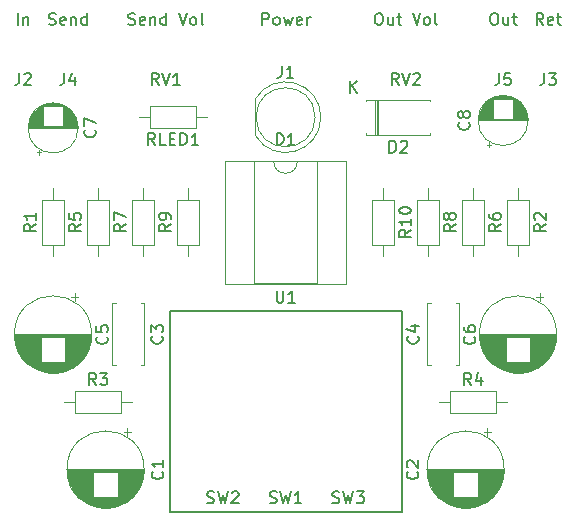
<source format=gto>
G04 #@! TF.GenerationSoftware,KiCad,Pcbnew,5.0.2-bee76a0~70~ubuntu16.04.1*
G04 #@! TF.CreationDate,2019-03-31T19:25:15-05:00*
G04 #@! TF.ProjectId,Bloop2,426c6f6f-7032-42e6-9b69-6361645f7063,rev?*
G04 #@! TF.SameCoordinates,Original*
G04 #@! TF.FileFunction,Legend,Top*
G04 #@! TF.FilePolarity,Positive*
%FSLAX46Y46*%
G04 Gerber Fmt 4.6, Leading zero omitted, Abs format (unit mm)*
G04 Created by KiCad (PCBNEW 5.0.2-bee76a0~70~ubuntu16.04.1) date Sun 31 Mar 2019 07:25:15 PM CDT*
%MOMM*%
%LPD*%
G01*
G04 APERTURE LIST*
%ADD10C,0.150000*%
%ADD11C,0.200000*%
%ADD12C,0.120000*%
G04 APERTURE END LIST*
D10*
X156773809Y-84907380D02*
X156773809Y-83907380D01*
X157154761Y-83907380D01*
X157250000Y-83955000D01*
X157297619Y-84002619D01*
X157345238Y-84097857D01*
X157345238Y-84240714D01*
X157297619Y-84335952D01*
X157250000Y-84383571D01*
X157154761Y-84431190D01*
X156773809Y-84431190D01*
X157916666Y-84907380D02*
X157821428Y-84859761D01*
X157773809Y-84812142D01*
X157726190Y-84716904D01*
X157726190Y-84431190D01*
X157773809Y-84335952D01*
X157821428Y-84288333D01*
X157916666Y-84240714D01*
X158059523Y-84240714D01*
X158154761Y-84288333D01*
X158202380Y-84335952D01*
X158250000Y-84431190D01*
X158250000Y-84716904D01*
X158202380Y-84812142D01*
X158154761Y-84859761D01*
X158059523Y-84907380D01*
X157916666Y-84907380D01*
X158583333Y-84240714D02*
X158773809Y-84907380D01*
X158964285Y-84431190D01*
X159154761Y-84907380D01*
X159345238Y-84240714D01*
X160107142Y-84859761D02*
X160011904Y-84907380D01*
X159821428Y-84907380D01*
X159726190Y-84859761D01*
X159678571Y-84764523D01*
X159678571Y-84383571D01*
X159726190Y-84288333D01*
X159821428Y-84240714D01*
X160011904Y-84240714D01*
X160107142Y-84288333D01*
X160154761Y-84383571D01*
X160154761Y-84478809D01*
X159678571Y-84574047D01*
X160583333Y-84907380D02*
X160583333Y-84240714D01*
X160583333Y-84431190D02*
X160630952Y-84335952D01*
X160678571Y-84288333D01*
X160773809Y-84240714D01*
X160869047Y-84240714D01*
X166552857Y-83907380D02*
X166743333Y-83907380D01*
X166838571Y-83955000D01*
X166933809Y-84050238D01*
X166981428Y-84240714D01*
X166981428Y-84574047D01*
X166933809Y-84764523D01*
X166838571Y-84859761D01*
X166743333Y-84907380D01*
X166552857Y-84907380D01*
X166457619Y-84859761D01*
X166362380Y-84764523D01*
X166314761Y-84574047D01*
X166314761Y-84240714D01*
X166362380Y-84050238D01*
X166457619Y-83955000D01*
X166552857Y-83907380D01*
X167838571Y-84240714D02*
X167838571Y-84907380D01*
X167410000Y-84240714D02*
X167410000Y-84764523D01*
X167457619Y-84859761D01*
X167552857Y-84907380D01*
X167695714Y-84907380D01*
X167790952Y-84859761D01*
X167838571Y-84812142D01*
X168171904Y-84240714D02*
X168552857Y-84240714D01*
X168314761Y-83907380D02*
X168314761Y-84764523D01*
X168362380Y-84859761D01*
X168457619Y-84907380D01*
X168552857Y-84907380D01*
X169505238Y-83907380D02*
X169838571Y-84907380D01*
X170171904Y-83907380D01*
X170648095Y-84907380D02*
X170552857Y-84859761D01*
X170505238Y-84812142D01*
X170457619Y-84716904D01*
X170457619Y-84431190D01*
X170505238Y-84335952D01*
X170552857Y-84288333D01*
X170648095Y-84240714D01*
X170790952Y-84240714D01*
X170886190Y-84288333D01*
X170933809Y-84335952D01*
X170981428Y-84431190D01*
X170981428Y-84716904D01*
X170933809Y-84812142D01*
X170886190Y-84859761D01*
X170790952Y-84907380D01*
X170648095Y-84907380D01*
X171552857Y-84907380D02*
X171457619Y-84859761D01*
X171410000Y-84764523D01*
X171410000Y-83907380D01*
X145447142Y-84859761D02*
X145590000Y-84907380D01*
X145828095Y-84907380D01*
X145923333Y-84859761D01*
X145970952Y-84812142D01*
X146018571Y-84716904D01*
X146018571Y-84621666D01*
X145970952Y-84526428D01*
X145923333Y-84478809D01*
X145828095Y-84431190D01*
X145637619Y-84383571D01*
X145542380Y-84335952D01*
X145494761Y-84288333D01*
X145447142Y-84193095D01*
X145447142Y-84097857D01*
X145494761Y-84002619D01*
X145542380Y-83955000D01*
X145637619Y-83907380D01*
X145875714Y-83907380D01*
X146018571Y-83955000D01*
X146828095Y-84859761D02*
X146732857Y-84907380D01*
X146542380Y-84907380D01*
X146447142Y-84859761D01*
X146399523Y-84764523D01*
X146399523Y-84383571D01*
X146447142Y-84288333D01*
X146542380Y-84240714D01*
X146732857Y-84240714D01*
X146828095Y-84288333D01*
X146875714Y-84383571D01*
X146875714Y-84478809D01*
X146399523Y-84574047D01*
X147304285Y-84240714D02*
X147304285Y-84907380D01*
X147304285Y-84335952D02*
X147351904Y-84288333D01*
X147447142Y-84240714D01*
X147590000Y-84240714D01*
X147685238Y-84288333D01*
X147732857Y-84383571D01*
X147732857Y-84907380D01*
X148637619Y-84907380D02*
X148637619Y-83907380D01*
X148637619Y-84859761D02*
X148542380Y-84907380D01*
X148351904Y-84907380D01*
X148256666Y-84859761D01*
X148209047Y-84812142D01*
X148161428Y-84716904D01*
X148161428Y-84431190D01*
X148209047Y-84335952D01*
X148256666Y-84288333D01*
X148351904Y-84240714D01*
X148542380Y-84240714D01*
X148637619Y-84288333D01*
X149732857Y-83907380D02*
X150066190Y-84907380D01*
X150399523Y-83907380D01*
X150875714Y-84907380D02*
X150780476Y-84859761D01*
X150732857Y-84812142D01*
X150685238Y-84716904D01*
X150685238Y-84431190D01*
X150732857Y-84335952D01*
X150780476Y-84288333D01*
X150875714Y-84240714D01*
X151018571Y-84240714D01*
X151113809Y-84288333D01*
X151161428Y-84335952D01*
X151209047Y-84431190D01*
X151209047Y-84716904D01*
X151161428Y-84812142D01*
X151113809Y-84859761D01*
X151018571Y-84907380D01*
X150875714Y-84907380D01*
X151780476Y-84907380D02*
X151685238Y-84859761D01*
X151637619Y-84764523D01*
X151637619Y-83907380D01*
X180570238Y-84907380D02*
X180236904Y-84431190D01*
X179998809Y-84907380D02*
X179998809Y-83907380D01*
X180379761Y-83907380D01*
X180475000Y-83955000D01*
X180522619Y-84002619D01*
X180570238Y-84097857D01*
X180570238Y-84240714D01*
X180522619Y-84335952D01*
X180475000Y-84383571D01*
X180379761Y-84431190D01*
X179998809Y-84431190D01*
X181379761Y-84859761D02*
X181284523Y-84907380D01*
X181094047Y-84907380D01*
X180998809Y-84859761D01*
X180951190Y-84764523D01*
X180951190Y-84383571D01*
X180998809Y-84288333D01*
X181094047Y-84240714D01*
X181284523Y-84240714D01*
X181379761Y-84288333D01*
X181427380Y-84383571D01*
X181427380Y-84478809D01*
X180951190Y-84574047D01*
X181713095Y-84240714D02*
X182094047Y-84240714D01*
X181855952Y-83907380D02*
X181855952Y-84764523D01*
X181903571Y-84859761D01*
X181998809Y-84907380D01*
X182094047Y-84907380D01*
X176331666Y-83907380D02*
X176522142Y-83907380D01*
X176617380Y-83955000D01*
X176712619Y-84050238D01*
X176760238Y-84240714D01*
X176760238Y-84574047D01*
X176712619Y-84764523D01*
X176617380Y-84859761D01*
X176522142Y-84907380D01*
X176331666Y-84907380D01*
X176236428Y-84859761D01*
X176141190Y-84764523D01*
X176093571Y-84574047D01*
X176093571Y-84240714D01*
X176141190Y-84050238D01*
X176236428Y-83955000D01*
X176331666Y-83907380D01*
X177617380Y-84240714D02*
X177617380Y-84907380D01*
X177188809Y-84240714D02*
X177188809Y-84764523D01*
X177236428Y-84859761D01*
X177331666Y-84907380D01*
X177474523Y-84907380D01*
X177569761Y-84859761D01*
X177617380Y-84812142D01*
X177950714Y-84240714D02*
X178331666Y-84240714D01*
X178093571Y-83907380D02*
X178093571Y-84764523D01*
X178141190Y-84859761D01*
X178236428Y-84907380D01*
X178331666Y-84907380D01*
X138715952Y-84859761D02*
X138858809Y-84907380D01*
X139096904Y-84907380D01*
X139192142Y-84859761D01*
X139239761Y-84812142D01*
X139287380Y-84716904D01*
X139287380Y-84621666D01*
X139239761Y-84526428D01*
X139192142Y-84478809D01*
X139096904Y-84431190D01*
X138906428Y-84383571D01*
X138811190Y-84335952D01*
X138763571Y-84288333D01*
X138715952Y-84193095D01*
X138715952Y-84097857D01*
X138763571Y-84002619D01*
X138811190Y-83955000D01*
X138906428Y-83907380D01*
X139144523Y-83907380D01*
X139287380Y-83955000D01*
X140096904Y-84859761D02*
X140001666Y-84907380D01*
X139811190Y-84907380D01*
X139715952Y-84859761D01*
X139668333Y-84764523D01*
X139668333Y-84383571D01*
X139715952Y-84288333D01*
X139811190Y-84240714D01*
X140001666Y-84240714D01*
X140096904Y-84288333D01*
X140144523Y-84383571D01*
X140144523Y-84478809D01*
X139668333Y-84574047D01*
X140573095Y-84240714D02*
X140573095Y-84907380D01*
X140573095Y-84335952D02*
X140620714Y-84288333D01*
X140715952Y-84240714D01*
X140858809Y-84240714D01*
X140954047Y-84288333D01*
X141001666Y-84383571D01*
X141001666Y-84907380D01*
X141906428Y-84907380D02*
X141906428Y-83907380D01*
X141906428Y-84859761D02*
X141811190Y-84907380D01*
X141620714Y-84907380D01*
X141525476Y-84859761D01*
X141477857Y-84812142D01*
X141430238Y-84716904D01*
X141430238Y-84431190D01*
X141477857Y-84335952D01*
X141525476Y-84288333D01*
X141620714Y-84240714D01*
X141811190Y-84240714D01*
X141906428Y-84288333D01*
X136072619Y-84907380D02*
X136072619Y-83907380D01*
X136548809Y-84240714D02*
X136548809Y-84907380D01*
X136548809Y-84335952D02*
X136596428Y-84288333D01*
X136691666Y-84240714D01*
X136834523Y-84240714D01*
X136929761Y-84288333D01*
X136977380Y-84383571D01*
X136977380Y-84907380D01*
D11*
X148995000Y-109160000D02*
X148995000Y-126160000D01*
X168595000Y-109160000D02*
X148995000Y-109160000D01*
X168595000Y-126160000D02*
X168595000Y-109160000D01*
X148995000Y-126160000D02*
X168595000Y-126160000D01*
D12*
G04 #@! TO.C,C1*
X145664000Y-119349759D02*
X145034000Y-119349759D01*
X145349000Y-119034759D02*
X145349000Y-119664759D01*
X143912000Y-125776000D02*
X143108000Y-125776000D01*
X144143000Y-125736000D02*
X142877000Y-125736000D01*
X144312000Y-125696000D02*
X142708000Y-125696000D01*
X144450000Y-125656000D02*
X142570000Y-125656000D01*
X144569000Y-125616000D02*
X142451000Y-125616000D01*
X144675000Y-125576000D02*
X142345000Y-125576000D01*
X144772000Y-125536000D02*
X142248000Y-125536000D01*
X144860000Y-125496000D02*
X142160000Y-125496000D01*
X144942000Y-125456000D02*
X142078000Y-125456000D01*
X145019000Y-125416000D02*
X142001000Y-125416000D01*
X145091000Y-125376000D02*
X141929000Y-125376000D01*
X145160000Y-125336000D02*
X141860000Y-125336000D01*
X145224000Y-125296000D02*
X141796000Y-125296000D01*
X145286000Y-125256000D02*
X141734000Y-125256000D01*
X145344000Y-125216000D02*
X141676000Y-125216000D01*
X145400000Y-125176000D02*
X141620000Y-125176000D01*
X145454000Y-125136000D02*
X141566000Y-125136000D01*
X145505000Y-125096000D02*
X141515000Y-125096000D01*
X145554000Y-125056000D02*
X141466000Y-125056000D01*
X145602000Y-125016000D02*
X141418000Y-125016000D01*
X145647000Y-124976000D02*
X141373000Y-124976000D01*
X145692000Y-124936000D02*
X141328000Y-124936000D01*
X145734000Y-124896000D02*
X141286000Y-124896000D01*
X145775000Y-124856000D02*
X141245000Y-124856000D01*
X142470000Y-124816000D02*
X141205000Y-124816000D01*
X145815000Y-124816000D02*
X144550000Y-124816000D01*
X142470000Y-124776000D02*
X141167000Y-124776000D01*
X145853000Y-124776000D02*
X144550000Y-124776000D01*
X142470000Y-124736000D02*
X141130000Y-124736000D01*
X145890000Y-124736000D02*
X144550000Y-124736000D01*
X142470000Y-124696000D02*
X141094000Y-124696000D01*
X145926000Y-124696000D02*
X144550000Y-124696000D01*
X142470000Y-124656000D02*
X141060000Y-124656000D01*
X145960000Y-124656000D02*
X144550000Y-124656000D01*
X142470000Y-124616000D02*
X141026000Y-124616000D01*
X145994000Y-124616000D02*
X144550000Y-124616000D01*
X142470000Y-124576000D02*
X140994000Y-124576000D01*
X146026000Y-124576000D02*
X144550000Y-124576000D01*
X142470000Y-124536000D02*
X140962000Y-124536000D01*
X146058000Y-124536000D02*
X144550000Y-124536000D01*
X142470000Y-124496000D02*
X140932000Y-124496000D01*
X146088000Y-124496000D02*
X144550000Y-124496000D01*
X142470000Y-124456000D02*
X140903000Y-124456000D01*
X146117000Y-124456000D02*
X144550000Y-124456000D01*
X142470000Y-124416000D02*
X140874000Y-124416000D01*
X146146000Y-124416000D02*
X144550000Y-124416000D01*
X142470000Y-124376000D02*
X140846000Y-124376000D01*
X146174000Y-124376000D02*
X144550000Y-124376000D01*
X142470000Y-124336000D02*
X140820000Y-124336000D01*
X146200000Y-124336000D02*
X144550000Y-124336000D01*
X142470000Y-124296000D02*
X140794000Y-124296000D01*
X146226000Y-124296000D02*
X144550000Y-124296000D01*
X142470000Y-124256000D02*
X140768000Y-124256000D01*
X146252000Y-124256000D02*
X144550000Y-124256000D01*
X142470000Y-124216000D02*
X140744000Y-124216000D01*
X146276000Y-124216000D02*
X144550000Y-124216000D01*
X142470000Y-124176000D02*
X140720000Y-124176000D01*
X146300000Y-124176000D02*
X144550000Y-124176000D01*
X142470000Y-124136000D02*
X140698000Y-124136000D01*
X146322000Y-124136000D02*
X144550000Y-124136000D01*
X142470000Y-124096000D02*
X140676000Y-124096000D01*
X146344000Y-124096000D02*
X144550000Y-124096000D01*
X142470000Y-124056000D02*
X140654000Y-124056000D01*
X146366000Y-124056000D02*
X144550000Y-124056000D01*
X142470000Y-124016000D02*
X140634000Y-124016000D01*
X146386000Y-124016000D02*
X144550000Y-124016000D01*
X142470000Y-123976000D02*
X140614000Y-123976000D01*
X146406000Y-123976000D02*
X144550000Y-123976000D01*
X142470000Y-123936000D02*
X140594000Y-123936000D01*
X146426000Y-123936000D02*
X144550000Y-123936000D01*
X142470000Y-123896000D02*
X140576000Y-123896000D01*
X146444000Y-123896000D02*
X144550000Y-123896000D01*
X142470000Y-123856000D02*
X140558000Y-123856000D01*
X146462000Y-123856000D02*
X144550000Y-123856000D01*
X142470000Y-123816000D02*
X140540000Y-123816000D01*
X146480000Y-123816000D02*
X144550000Y-123816000D01*
X142470000Y-123776000D02*
X140524000Y-123776000D01*
X146496000Y-123776000D02*
X144550000Y-123776000D01*
X142470000Y-123736000D02*
X140508000Y-123736000D01*
X146512000Y-123736000D02*
X144550000Y-123736000D01*
X142470000Y-123696000D02*
X140492000Y-123696000D01*
X146528000Y-123696000D02*
X144550000Y-123696000D01*
X142470000Y-123656000D02*
X140477000Y-123656000D01*
X146543000Y-123656000D02*
X144550000Y-123656000D01*
X142470000Y-123616000D02*
X140463000Y-123616000D01*
X146557000Y-123616000D02*
X144550000Y-123616000D01*
X142470000Y-123576000D02*
X140449000Y-123576000D01*
X146571000Y-123576000D02*
X144550000Y-123576000D01*
X142470000Y-123536000D02*
X140436000Y-123536000D01*
X146584000Y-123536000D02*
X144550000Y-123536000D01*
X142470000Y-123496000D02*
X140424000Y-123496000D01*
X146596000Y-123496000D02*
X144550000Y-123496000D01*
X142470000Y-123456000D02*
X140412000Y-123456000D01*
X146608000Y-123456000D02*
X144550000Y-123456000D01*
X142470000Y-123416000D02*
X140400000Y-123416000D01*
X146620000Y-123416000D02*
X144550000Y-123416000D01*
X142470000Y-123376000D02*
X140389000Y-123376000D01*
X146631000Y-123376000D02*
X144550000Y-123376000D01*
X142470000Y-123336000D02*
X140379000Y-123336000D01*
X146641000Y-123336000D02*
X144550000Y-123336000D01*
X142470000Y-123296000D02*
X140369000Y-123296000D01*
X146651000Y-123296000D02*
X144550000Y-123296000D01*
X142470000Y-123256000D02*
X140360000Y-123256000D01*
X146660000Y-123256000D02*
X144550000Y-123256000D01*
X142470000Y-123215000D02*
X140351000Y-123215000D01*
X146669000Y-123215000D02*
X144550000Y-123215000D01*
X142470000Y-123175000D02*
X140343000Y-123175000D01*
X146677000Y-123175000D02*
X144550000Y-123175000D01*
X142470000Y-123135000D02*
X140335000Y-123135000D01*
X146685000Y-123135000D02*
X144550000Y-123135000D01*
X142470000Y-123095000D02*
X140328000Y-123095000D01*
X146692000Y-123095000D02*
X144550000Y-123095000D01*
X142470000Y-123055000D02*
X140321000Y-123055000D01*
X146699000Y-123055000D02*
X144550000Y-123055000D01*
X142470000Y-123015000D02*
X140315000Y-123015000D01*
X146705000Y-123015000D02*
X144550000Y-123015000D01*
X142470000Y-122975000D02*
X140309000Y-122975000D01*
X146711000Y-122975000D02*
X144550000Y-122975000D01*
X142470000Y-122935000D02*
X140304000Y-122935000D01*
X146716000Y-122935000D02*
X144550000Y-122935000D01*
X142470000Y-122895000D02*
X140299000Y-122895000D01*
X146721000Y-122895000D02*
X144550000Y-122895000D01*
X142470000Y-122855000D02*
X140295000Y-122855000D01*
X146725000Y-122855000D02*
X144550000Y-122855000D01*
X142470000Y-122815000D02*
X140292000Y-122815000D01*
X146728000Y-122815000D02*
X144550000Y-122815000D01*
X142470000Y-122775000D02*
X140288000Y-122775000D01*
X146732000Y-122775000D02*
X144550000Y-122775000D01*
X146734000Y-122735000D02*
X140286000Y-122735000D01*
X146737000Y-122695000D02*
X140283000Y-122695000D01*
X146738000Y-122655000D02*
X140282000Y-122655000D01*
X146740000Y-122615000D02*
X140280000Y-122615000D01*
X146740000Y-122575000D02*
X140280000Y-122575000D01*
X146740000Y-122535000D02*
X140280000Y-122535000D01*
X146780000Y-122535000D02*
G75*
G03X146780000Y-122535000I-3270000J0D01*
G01*
G04 #@! TO.C,C2*
X177260000Y-122535000D02*
G75*
G03X177260000Y-122535000I-3270000J0D01*
G01*
X177220000Y-122535000D02*
X170760000Y-122535000D01*
X177220000Y-122575000D02*
X170760000Y-122575000D01*
X177220000Y-122615000D02*
X170760000Y-122615000D01*
X177218000Y-122655000D02*
X170762000Y-122655000D01*
X177217000Y-122695000D02*
X170763000Y-122695000D01*
X177214000Y-122735000D02*
X170766000Y-122735000D01*
X177212000Y-122775000D02*
X175030000Y-122775000D01*
X172950000Y-122775000D02*
X170768000Y-122775000D01*
X177208000Y-122815000D02*
X175030000Y-122815000D01*
X172950000Y-122815000D02*
X170772000Y-122815000D01*
X177205000Y-122855000D02*
X175030000Y-122855000D01*
X172950000Y-122855000D02*
X170775000Y-122855000D01*
X177201000Y-122895000D02*
X175030000Y-122895000D01*
X172950000Y-122895000D02*
X170779000Y-122895000D01*
X177196000Y-122935000D02*
X175030000Y-122935000D01*
X172950000Y-122935000D02*
X170784000Y-122935000D01*
X177191000Y-122975000D02*
X175030000Y-122975000D01*
X172950000Y-122975000D02*
X170789000Y-122975000D01*
X177185000Y-123015000D02*
X175030000Y-123015000D01*
X172950000Y-123015000D02*
X170795000Y-123015000D01*
X177179000Y-123055000D02*
X175030000Y-123055000D01*
X172950000Y-123055000D02*
X170801000Y-123055000D01*
X177172000Y-123095000D02*
X175030000Y-123095000D01*
X172950000Y-123095000D02*
X170808000Y-123095000D01*
X177165000Y-123135000D02*
X175030000Y-123135000D01*
X172950000Y-123135000D02*
X170815000Y-123135000D01*
X177157000Y-123175000D02*
X175030000Y-123175000D01*
X172950000Y-123175000D02*
X170823000Y-123175000D01*
X177149000Y-123215000D02*
X175030000Y-123215000D01*
X172950000Y-123215000D02*
X170831000Y-123215000D01*
X177140000Y-123256000D02*
X175030000Y-123256000D01*
X172950000Y-123256000D02*
X170840000Y-123256000D01*
X177131000Y-123296000D02*
X175030000Y-123296000D01*
X172950000Y-123296000D02*
X170849000Y-123296000D01*
X177121000Y-123336000D02*
X175030000Y-123336000D01*
X172950000Y-123336000D02*
X170859000Y-123336000D01*
X177111000Y-123376000D02*
X175030000Y-123376000D01*
X172950000Y-123376000D02*
X170869000Y-123376000D01*
X177100000Y-123416000D02*
X175030000Y-123416000D01*
X172950000Y-123416000D02*
X170880000Y-123416000D01*
X177088000Y-123456000D02*
X175030000Y-123456000D01*
X172950000Y-123456000D02*
X170892000Y-123456000D01*
X177076000Y-123496000D02*
X175030000Y-123496000D01*
X172950000Y-123496000D02*
X170904000Y-123496000D01*
X177064000Y-123536000D02*
X175030000Y-123536000D01*
X172950000Y-123536000D02*
X170916000Y-123536000D01*
X177051000Y-123576000D02*
X175030000Y-123576000D01*
X172950000Y-123576000D02*
X170929000Y-123576000D01*
X177037000Y-123616000D02*
X175030000Y-123616000D01*
X172950000Y-123616000D02*
X170943000Y-123616000D01*
X177023000Y-123656000D02*
X175030000Y-123656000D01*
X172950000Y-123656000D02*
X170957000Y-123656000D01*
X177008000Y-123696000D02*
X175030000Y-123696000D01*
X172950000Y-123696000D02*
X170972000Y-123696000D01*
X176992000Y-123736000D02*
X175030000Y-123736000D01*
X172950000Y-123736000D02*
X170988000Y-123736000D01*
X176976000Y-123776000D02*
X175030000Y-123776000D01*
X172950000Y-123776000D02*
X171004000Y-123776000D01*
X176960000Y-123816000D02*
X175030000Y-123816000D01*
X172950000Y-123816000D02*
X171020000Y-123816000D01*
X176942000Y-123856000D02*
X175030000Y-123856000D01*
X172950000Y-123856000D02*
X171038000Y-123856000D01*
X176924000Y-123896000D02*
X175030000Y-123896000D01*
X172950000Y-123896000D02*
X171056000Y-123896000D01*
X176906000Y-123936000D02*
X175030000Y-123936000D01*
X172950000Y-123936000D02*
X171074000Y-123936000D01*
X176886000Y-123976000D02*
X175030000Y-123976000D01*
X172950000Y-123976000D02*
X171094000Y-123976000D01*
X176866000Y-124016000D02*
X175030000Y-124016000D01*
X172950000Y-124016000D02*
X171114000Y-124016000D01*
X176846000Y-124056000D02*
X175030000Y-124056000D01*
X172950000Y-124056000D02*
X171134000Y-124056000D01*
X176824000Y-124096000D02*
X175030000Y-124096000D01*
X172950000Y-124096000D02*
X171156000Y-124096000D01*
X176802000Y-124136000D02*
X175030000Y-124136000D01*
X172950000Y-124136000D02*
X171178000Y-124136000D01*
X176780000Y-124176000D02*
X175030000Y-124176000D01*
X172950000Y-124176000D02*
X171200000Y-124176000D01*
X176756000Y-124216000D02*
X175030000Y-124216000D01*
X172950000Y-124216000D02*
X171224000Y-124216000D01*
X176732000Y-124256000D02*
X175030000Y-124256000D01*
X172950000Y-124256000D02*
X171248000Y-124256000D01*
X176706000Y-124296000D02*
X175030000Y-124296000D01*
X172950000Y-124296000D02*
X171274000Y-124296000D01*
X176680000Y-124336000D02*
X175030000Y-124336000D01*
X172950000Y-124336000D02*
X171300000Y-124336000D01*
X176654000Y-124376000D02*
X175030000Y-124376000D01*
X172950000Y-124376000D02*
X171326000Y-124376000D01*
X176626000Y-124416000D02*
X175030000Y-124416000D01*
X172950000Y-124416000D02*
X171354000Y-124416000D01*
X176597000Y-124456000D02*
X175030000Y-124456000D01*
X172950000Y-124456000D02*
X171383000Y-124456000D01*
X176568000Y-124496000D02*
X175030000Y-124496000D01*
X172950000Y-124496000D02*
X171412000Y-124496000D01*
X176538000Y-124536000D02*
X175030000Y-124536000D01*
X172950000Y-124536000D02*
X171442000Y-124536000D01*
X176506000Y-124576000D02*
X175030000Y-124576000D01*
X172950000Y-124576000D02*
X171474000Y-124576000D01*
X176474000Y-124616000D02*
X175030000Y-124616000D01*
X172950000Y-124616000D02*
X171506000Y-124616000D01*
X176440000Y-124656000D02*
X175030000Y-124656000D01*
X172950000Y-124656000D02*
X171540000Y-124656000D01*
X176406000Y-124696000D02*
X175030000Y-124696000D01*
X172950000Y-124696000D02*
X171574000Y-124696000D01*
X176370000Y-124736000D02*
X175030000Y-124736000D01*
X172950000Y-124736000D02*
X171610000Y-124736000D01*
X176333000Y-124776000D02*
X175030000Y-124776000D01*
X172950000Y-124776000D02*
X171647000Y-124776000D01*
X176295000Y-124816000D02*
X175030000Y-124816000D01*
X172950000Y-124816000D02*
X171685000Y-124816000D01*
X176255000Y-124856000D02*
X171725000Y-124856000D01*
X176214000Y-124896000D02*
X171766000Y-124896000D01*
X176172000Y-124936000D02*
X171808000Y-124936000D01*
X176127000Y-124976000D02*
X171853000Y-124976000D01*
X176082000Y-125016000D02*
X171898000Y-125016000D01*
X176034000Y-125056000D02*
X171946000Y-125056000D01*
X175985000Y-125096000D02*
X171995000Y-125096000D01*
X175934000Y-125136000D02*
X172046000Y-125136000D01*
X175880000Y-125176000D02*
X172100000Y-125176000D01*
X175824000Y-125216000D02*
X172156000Y-125216000D01*
X175766000Y-125256000D02*
X172214000Y-125256000D01*
X175704000Y-125296000D02*
X172276000Y-125296000D01*
X175640000Y-125336000D02*
X172340000Y-125336000D01*
X175571000Y-125376000D02*
X172409000Y-125376000D01*
X175499000Y-125416000D02*
X172481000Y-125416000D01*
X175422000Y-125456000D02*
X172558000Y-125456000D01*
X175340000Y-125496000D02*
X172640000Y-125496000D01*
X175252000Y-125536000D02*
X172728000Y-125536000D01*
X175155000Y-125576000D02*
X172825000Y-125576000D01*
X175049000Y-125616000D02*
X172931000Y-125616000D01*
X174930000Y-125656000D02*
X173050000Y-125656000D01*
X174792000Y-125696000D02*
X173188000Y-125696000D01*
X174623000Y-125736000D02*
X173357000Y-125736000D01*
X174392000Y-125776000D02*
X173588000Y-125776000D01*
X175829000Y-119034759D02*
X175829000Y-119664759D01*
X176144000Y-119349759D02*
X175514000Y-119349759D01*
G04 #@! TO.C,D1*
X161740000Y-92710462D02*
G75*
G03X156190000Y-91165170I-2990000J462D01*
G01*
X161740000Y-92709538D02*
G75*
G02X156190000Y-94254830I-2990000J-462D01*
G01*
X161250000Y-92710000D02*
G75*
G03X161250000Y-92710000I-2500000J0D01*
G01*
X156190000Y-91165000D02*
X156190000Y-94255000D01*
G04 #@! TO.C,R1*
X139065000Y-98730000D02*
X139065000Y-99680000D01*
X139065000Y-104470000D02*
X139065000Y-103520000D01*
X138145000Y-99680000D02*
X138145000Y-103520000D01*
X139985000Y-99680000D02*
X138145000Y-99680000D01*
X139985000Y-103520000D02*
X139985000Y-99680000D01*
X138145000Y-103520000D02*
X139985000Y-103520000D01*
G04 #@! TO.C,R2*
X178435000Y-104470000D02*
X178435000Y-103520000D01*
X178435000Y-98730000D02*
X178435000Y-99680000D01*
X179355000Y-103520000D02*
X179355000Y-99680000D01*
X177515000Y-103520000D02*
X179355000Y-103520000D01*
X177515000Y-99680000D02*
X177515000Y-103520000D01*
X179355000Y-99680000D02*
X177515000Y-99680000D01*
G04 #@! TO.C,R3*
X144795000Y-117760000D02*
X144795000Y-115920000D01*
X144795000Y-115920000D02*
X140955000Y-115920000D01*
X140955000Y-115920000D02*
X140955000Y-117760000D01*
X140955000Y-117760000D02*
X144795000Y-117760000D01*
X145745000Y-116840000D02*
X144795000Y-116840000D01*
X140005000Y-116840000D02*
X140955000Y-116840000D01*
G04 #@! TO.C,R4*
X172705000Y-115920000D02*
X172705000Y-117760000D01*
X172705000Y-117760000D02*
X176545000Y-117760000D01*
X176545000Y-117760000D02*
X176545000Y-115920000D01*
X176545000Y-115920000D02*
X172705000Y-115920000D01*
X171755000Y-116840000D02*
X172705000Y-116840000D01*
X177495000Y-116840000D02*
X176545000Y-116840000D01*
G04 #@! TO.C,R5*
X142875000Y-98730000D02*
X142875000Y-99680000D01*
X142875000Y-104470000D02*
X142875000Y-103520000D01*
X141955000Y-99680000D02*
X141955000Y-103520000D01*
X143795000Y-99680000D02*
X141955000Y-99680000D01*
X143795000Y-103520000D02*
X143795000Y-99680000D01*
X141955000Y-103520000D02*
X143795000Y-103520000D01*
G04 #@! TO.C,R6*
X174625000Y-98730000D02*
X174625000Y-99680000D01*
X174625000Y-104470000D02*
X174625000Y-103520000D01*
X173705000Y-99680000D02*
X173705000Y-103520000D01*
X175545000Y-99680000D02*
X173705000Y-99680000D01*
X175545000Y-103520000D02*
X175545000Y-99680000D01*
X173705000Y-103520000D02*
X175545000Y-103520000D01*
G04 #@! TO.C,R7*
X145765000Y-103520000D02*
X147605000Y-103520000D01*
X147605000Y-103520000D02*
X147605000Y-99680000D01*
X147605000Y-99680000D02*
X145765000Y-99680000D01*
X145765000Y-99680000D02*
X145765000Y-103520000D01*
X146685000Y-104470000D02*
X146685000Y-103520000D01*
X146685000Y-98730000D02*
X146685000Y-99680000D01*
G04 #@! TO.C,R8*
X169895000Y-103520000D02*
X171735000Y-103520000D01*
X171735000Y-103520000D02*
X171735000Y-99680000D01*
X171735000Y-99680000D02*
X169895000Y-99680000D01*
X169895000Y-99680000D02*
X169895000Y-103520000D01*
X170815000Y-104470000D02*
X170815000Y-103520000D01*
X170815000Y-98730000D02*
X170815000Y-99680000D01*
G04 #@! TO.C,R9*
X149575000Y-103520000D02*
X151415000Y-103520000D01*
X151415000Y-103520000D02*
X151415000Y-99680000D01*
X151415000Y-99680000D02*
X149575000Y-99680000D01*
X149575000Y-99680000D02*
X149575000Y-103520000D01*
X150495000Y-104470000D02*
X150495000Y-103520000D01*
X150495000Y-98730000D02*
X150495000Y-99680000D01*
G04 #@! TO.C,U1*
X159750000Y-96460000D02*
G75*
G02X157750000Y-96460000I-1000000J0D01*
G01*
X157750000Y-96460000D02*
X156100000Y-96460000D01*
X156100000Y-96460000D02*
X156100000Y-106740000D01*
X156100000Y-106740000D02*
X161400000Y-106740000D01*
X161400000Y-106740000D02*
X161400000Y-96460000D01*
X161400000Y-96460000D02*
X159750000Y-96460000D01*
X153610000Y-96400000D02*
X153610000Y-106800000D01*
X153610000Y-106800000D02*
X163890000Y-106800000D01*
X163890000Y-106800000D02*
X163890000Y-96400000D01*
X163890000Y-96400000D02*
X153610000Y-96400000D01*
G04 #@! TO.C,D2*
X165555000Y-91370000D02*
X165555000Y-91240000D01*
X165555000Y-91240000D02*
X170995000Y-91240000D01*
X170995000Y-91240000D02*
X170995000Y-91370000D01*
X165555000Y-94050000D02*
X165555000Y-94180000D01*
X165555000Y-94180000D02*
X170995000Y-94180000D01*
X170995000Y-94180000D02*
X170995000Y-94050000D01*
X166455000Y-91240000D02*
X166455000Y-94180000D01*
X166575000Y-91240000D02*
X166575000Y-94180000D01*
X166335000Y-91240000D02*
X166335000Y-94180000D01*
G04 #@! TO.C,C3*
X144360000Y-113705000D02*
X144045000Y-113705000D01*
X146785000Y-113705000D02*
X146470000Y-113705000D01*
X144360000Y-108465000D02*
X144045000Y-108465000D01*
X146785000Y-108465000D02*
X146470000Y-108465000D01*
X144045000Y-108465000D02*
X144045000Y-113705000D01*
X146785000Y-108465000D02*
X146785000Y-113705000D01*
G04 #@! TO.C,C4*
X171030000Y-113705000D02*
X170715000Y-113705000D01*
X173455000Y-113705000D02*
X173140000Y-113705000D01*
X171030000Y-108465000D02*
X170715000Y-108465000D01*
X173455000Y-108465000D02*
X173140000Y-108465000D01*
X170715000Y-108465000D02*
X170715000Y-113705000D01*
X173455000Y-108465000D02*
X173455000Y-113705000D01*
G04 #@! TO.C,C5*
X142335000Y-111105000D02*
G75*
G03X142335000Y-111105000I-3270000J0D01*
G01*
X142295000Y-111105000D02*
X135835000Y-111105000D01*
X142295000Y-111145000D02*
X135835000Y-111145000D01*
X142295000Y-111185000D02*
X135835000Y-111185000D01*
X142293000Y-111225000D02*
X135837000Y-111225000D01*
X142292000Y-111265000D02*
X135838000Y-111265000D01*
X142289000Y-111305000D02*
X135841000Y-111305000D01*
X142287000Y-111345000D02*
X140105000Y-111345000D01*
X138025000Y-111345000D02*
X135843000Y-111345000D01*
X142283000Y-111385000D02*
X140105000Y-111385000D01*
X138025000Y-111385000D02*
X135847000Y-111385000D01*
X142280000Y-111425000D02*
X140105000Y-111425000D01*
X138025000Y-111425000D02*
X135850000Y-111425000D01*
X142276000Y-111465000D02*
X140105000Y-111465000D01*
X138025000Y-111465000D02*
X135854000Y-111465000D01*
X142271000Y-111505000D02*
X140105000Y-111505000D01*
X138025000Y-111505000D02*
X135859000Y-111505000D01*
X142266000Y-111545000D02*
X140105000Y-111545000D01*
X138025000Y-111545000D02*
X135864000Y-111545000D01*
X142260000Y-111585000D02*
X140105000Y-111585000D01*
X138025000Y-111585000D02*
X135870000Y-111585000D01*
X142254000Y-111625000D02*
X140105000Y-111625000D01*
X138025000Y-111625000D02*
X135876000Y-111625000D01*
X142247000Y-111665000D02*
X140105000Y-111665000D01*
X138025000Y-111665000D02*
X135883000Y-111665000D01*
X142240000Y-111705000D02*
X140105000Y-111705000D01*
X138025000Y-111705000D02*
X135890000Y-111705000D01*
X142232000Y-111745000D02*
X140105000Y-111745000D01*
X138025000Y-111745000D02*
X135898000Y-111745000D01*
X142224000Y-111785000D02*
X140105000Y-111785000D01*
X138025000Y-111785000D02*
X135906000Y-111785000D01*
X142215000Y-111826000D02*
X140105000Y-111826000D01*
X138025000Y-111826000D02*
X135915000Y-111826000D01*
X142206000Y-111866000D02*
X140105000Y-111866000D01*
X138025000Y-111866000D02*
X135924000Y-111866000D01*
X142196000Y-111906000D02*
X140105000Y-111906000D01*
X138025000Y-111906000D02*
X135934000Y-111906000D01*
X142186000Y-111946000D02*
X140105000Y-111946000D01*
X138025000Y-111946000D02*
X135944000Y-111946000D01*
X142175000Y-111986000D02*
X140105000Y-111986000D01*
X138025000Y-111986000D02*
X135955000Y-111986000D01*
X142163000Y-112026000D02*
X140105000Y-112026000D01*
X138025000Y-112026000D02*
X135967000Y-112026000D01*
X142151000Y-112066000D02*
X140105000Y-112066000D01*
X138025000Y-112066000D02*
X135979000Y-112066000D01*
X142139000Y-112106000D02*
X140105000Y-112106000D01*
X138025000Y-112106000D02*
X135991000Y-112106000D01*
X142126000Y-112146000D02*
X140105000Y-112146000D01*
X138025000Y-112146000D02*
X136004000Y-112146000D01*
X142112000Y-112186000D02*
X140105000Y-112186000D01*
X138025000Y-112186000D02*
X136018000Y-112186000D01*
X142098000Y-112226000D02*
X140105000Y-112226000D01*
X138025000Y-112226000D02*
X136032000Y-112226000D01*
X142083000Y-112266000D02*
X140105000Y-112266000D01*
X138025000Y-112266000D02*
X136047000Y-112266000D01*
X142067000Y-112306000D02*
X140105000Y-112306000D01*
X138025000Y-112306000D02*
X136063000Y-112306000D01*
X142051000Y-112346000D02*
X140105000Y-112346000D01*
X138025000Y-112346000D02*
X136079000Y-112346000D01*
X142035000Y-112386000D02*
X140105000Y-112386000D01*
X138025000Y-112386000D02*
X136095000Y-112386000D01*
X142017000Y-112426000D02*
X140105000Y-112426000D01*
X138025000Y-112426000D02*
X136113000Y-112426000D01*
X141999000Y-112466000D02*
X140105000Y-112466000D01*
X138025000Y-112466000D02*
X136131000Y-112466000D01*
X141981000Y-112506000D02*
X140105000Y-112506000D01*
X138025000Y-112506000D02*
X136149000Y-112506000D01*
X141961000Y-112546000D02*
X140105000Y-112546000D01*
X138025000Y-112546000D02*
X136169000Y-112546000D01*
X141941000Y-112586000D02*
X140105000Y-112586000D01*
X138025000Y-112586000D02*
X136189000Y-112586000D01*
X141921000Y-112626000D02*
X140105000Y-112626000D01*
X138025000Y-112626000D02*
X136209000Y-112626000D01*
X141899000Y-112666000D02*
X140105000Y-112666000D01*
X138025000Y-112666000D02*
X136231000Y-112666000D01*
X141877000Y-112706000D02*
X140105000Y-112706000D01*
X138025000Y-112706000D02*
X136253000Y-112706000D01*
X141855000Y-112746000D02*
X140105000Y-112746000D01*
X138025000Y-112746000D02*
X136275000Y-112746000D01*
X141831000Y-112786000D02*
X140105000Y-112786000D01*
X138025000Y-112786000D02*
X136299000Y-112786000D01*
X141807000Y-112826000D02*
X140105000Y-112826000D01*
X138025000Y-112826000D02*
X136323000Y-112826000D01*
X141781000Y-112866000D02*
X140105000Y-112866000D01*
X138025000Y-112866000D02*
X136349000Y-112866000D01*
X141755000Y-112906000D02*
X140105000Y-112906000D01*
X138025000Y-112906000D02*
X136375000Y-112906000D01*
X141729000Y-112946000D02*
X140105000Y-112946000D01*
X138025000Y-112946000D02*
X136401000Y-112946000D01*
X141701000Y-112986000D02*
X140105000Y-112986000D01*
X138025000Y-112986000D02*
X136429000Y-112986000D01*
X141672000Y-113026000D02*
X140105000Y-113026000D01*
X138025000Y-113026000D02*
X136458000Y-113026000D01*
X141643000Y-113066000D02*
X140105000Y-113066000D01*
X138025000Y-113066000D02*
X136487000Y-113066000D01*
X141613000Y-113106000D02*
X140105000Y-113106000D01*
X138025000Y-113106000D02*
X136517000Y-113106000D01*
X141581000Y-113146000D02*
X140105000Y-113146000D01*
X138025000Y-113146000D02*
X136549000Y-113146000D01*
X141549000Y-113186000D02*
X140105000Y-113186000D01*
X138025000Y-113186000D02*
X136581000Y-113186000D01*
X141515000Y-113226000D02*
X140105000Y-113226000D01*
X138025000Y-113226000D02*
X136615000Y-113226000D01*
X141481000Y-113266000D02*
X140105000Y-113266000D01*
X138025000Y-113266000D02*
X136649000Y-113266000D01*
X141445000Y-113306000D02*
X140105000Y-113306000D01*
X138025000Y-113306000D02*
X136685000Y-113306000D01*
X141408000Y-113346000D02*
X140105000Y-113346000D01*
X138025000Y-113346000D02*
X136722000Y-113346000D01*
X141370000Y-113386000D02*
X140105000Y-113386000D01*
X138025000Y-113386000D02*
X136760000Y-113386000D01*
X141330000Y-113426000D02*
X136800000Y-113426000D01*
X141289000Y-113466000D02*
X136841000Y-113466000D01*
X141247000Y-113506000D02*
X136883000Y-113506000D01*
X141202000Y-113546000D02*
X136928000Y-113546000D01*
X141157000Y-113586000D02*
X136973000Y-113586000D01*
X141109000Y-113626000D02*
X137021000Y-113626000D01*
X141060000Y-113666000D02*
X137070000Y-113666000D01*
X141009000Y-113706000D02*
X137121000Y-113706000D01*
X140955000Y-113746000D02*
X137175000Y-113746000D01*
X140899000Y-113786000D02*
X137231000Y-113786000D01*
X140841000Y-113826000D02*
X137289000Y-113826000D01*
X140779000Y-113866000D02*
X137351000Y-113866000D01*
X140715000Y-113906000D02*
X137415000Y-113906000D01*
X140646000Y-113946000D02*
X137484000Y-113946000D01*
X140574000Y-113986000D02*
X137556000Y-113986000D01*
X140497000Y-114026000D02*
X137633000Y-114026000D01*
X140415000Y-114066000D02*
X137715000Y-114066000D01*
X140327000Y-114106000D02*
X137803000Y-114106000D01*
X140230000Y-114146000D02*
X137900000Y-114146000D01*
X140124000Y-114186000D02*
X138006000Y-114186000D01*
X140005000Y-114226000D02*
X138125000Y-114226000D01*
X139867000Y-114266000D02*
X138263000Y-114266000D01*
X139698000Y-114306000D02*
X138432000Y-114306000D01*
X139467000Y-114346000D02*
X138663000Y-114346000D01*
X140904000Y-107604759D02*
X140904000Y-108234759D01*
X141219000Y-107919759D02*
X140589000Y-107919759D01*
G04 #@! TO.C,C6*
X180589000Y-107919759D02*
X179959000Y-107919759D01*
X180274000Y-107604759D02*
X180274000Y-108234759D01*
X178837000Y-114346000D02*
X178033000Y-114346000D01*
X179068000Y-114306000D02*
X177802000Y-114306000D01*
X179237000Y-114266000D02*
X177633000Y-114266000D01*
X179375000Y-114226000D02*
X177495000Y-114226000D01*
X179494000Y-114186000D02*
X177376000Y-114186000D01*
X179600000Y-114146000D02*
X177270000Y-114146000D01*
X179697000Y-114106000D02*
X177173000Y-114106000D01*
X179785000Y-114066000D02*
X177085000Y-114066000D01*
X179867000Y-114026000D02*
X177003000Y-114026000D01*
X179944000Y-113986000D02*
X176926000Y-113986000D01*
X180016000Y-113946000D02*
X176854000Y-113946000D01*
X180085000Y-113906000D02*
X176785000Y-113906000D01*
X180149000Y-113866000D02*
X176721000Y-113866000D01*
X180211000Y-113826000D02*
X176659000Y-113826000D01*
X180269000Y-113786000D02*
X176601000Y-113786000D01*
X180325000Y-113746000D02*
X176545000Y-113746000D01*
X180379000Y-113706000D02*
X176491000Y-113706000D01*
X180430000Y-113666000D02*
X176440000Y-113666000D01*
X180479000Y-113626000D02*
X176391000Y-113626000D01*
X180527000Y-113586000D02*
X176343000Y-113586000D01*
X180572000Y-113546000D02*
X176298000Y-113546000D01*
X180617000Y-113506000D02*
X176253000Y-113506000D01*
X180659000Y-113466000D02*
X176211000Y-113466000D01*
X180700000Y-113426000D02*
X176170000Y-113426000D01*
X177395000Y-113386000D02*
X176130000Y-113386000D01*
X180740000Y-113386000D02*
X179475000Y-113386000D01*
X177395000Y-113346000D02*
X176092000Y-113346000D01*
X180778000Y-113346000D02*
X179475000Y-113346000D01*
X177395000Y-113306000D02*
X176055000Y-113306000D01*
X180815000Y-113306000D02*
X179475000Y-113306000D01*
X177395000Y-113266000D02*
X176019000Y-113266000D01*
X180851000Y-113266000D02*
X179475000Y-113266000D01*
X177395000Y-113226000D02*
X175985000Y-113226000D01*
X180885000Y-113226000D02*
X179475000Y-113226000D01*
X177395000Y-113186000D02*
X175951000Y-113186000D01*
X180919000Y-113186000D02*
X179475000Y-113186000D01*
X177395000Y-113146000D02*
X175919000Y-113146000D01*
X180951000Y-113146000D02*
X179475000Y-113146000D01*
X177395000Y-113106000D02*
X175887000Y-113106000D01*
X180983000Y-113106000D02*
X179475000Y-113106000D01*
X177395000Y-113066000D02*
X175857000Y-113066000D01*
X181013000Y-113066000D02*
X179475000Y-113066000D01*
X177395000Y-113026000D02*
X175828000Y-113026000D01*
X181042000Y-113026000D02*
X179475000Y-113026000D01*
X177395000Y-112986000D02*
X175799000Y-112986000D01*
X181071000Y-112986000D02*
X179475000Y-112986000D01*
X177395000Y-112946000D02*
X175771000Y-112946000D01*
X181099000Y-112946000D02*
X179475000Y-112946000D01*
X177395000Y-112906000D02*
X175745000Y-112906000D01*
X181125000Y-112906000D02*
X179475000Y-112906000D01*
X177395000Y-112866000D02*
X175719000Y-112866000D01*
X181151000Y-112866000D02*
X179475000Y-112866000D01*
X177395000Y-112826000D02*
X175693000Y-112826000D01*
X181177000Y-112826000D02*
X179475000Y-112826000D01*
X177395000Y-112786000D02*
X175669000Y-112786000D01*
X181201000Y-112786000D02*
X179475000Y-112786000D01*
X177395000Y-112746000D02*
X175645000Y-112746000D01*
X181225000Y-112746000D02*
X179475000Y-112746000D01*
X177395000Y-112706000D02*
X175623000Y-112706000D01*
X181247000Y-112706000D02*
X179475000Y-112706000D01*
X177395000Y-112666000D02*
X175601000Y-112666000D01*
X181269000Y-112666000D02*
X179475000Y-112666000D01*
X177395000Y-112626000D02*
X175579000Y-112626000D01*
X181291000Y-112626000D02*
X179475000Y-112626000D01*
X177395000Y-112586000D02*
X175559000Y-112586000D01*
X181311000Y-112586000D02*
X179475000Y-112586000D01*
X177395000Y-112546000D02*
X175539000Y-112546000D01*
X181331000Y-112546000D02*
X179475000Y-112546000D01*
X177395000Y-112506000D02*
X175519000Y-112506000D01*
X181351000Y-112506000D02*
X179475000Y-112506000D01*
X177395000Y-112466000D02*
X175501000Y-112466000D01*
X181369000Y-112466000D02*
X179475000Y-112466000D01*
X177395000Y-112426000D02*
X175483000Y-112426000D01*
X181387000Y-112426000D02*
X179475000Y-112426000D01*
X177395000Y-112386000D02*
X175465000Y-112386000D01*
X181405000Y-112386000D02*
X179475000Y-112386000D01*
X177395000Y-112346000D02*
X175449000Y-112346000D01*
X181421000Y-112346000D02*
X179475000Y-112346000D01*
X177395000Y-112306000D02*
X175433000Y-112306000D01*
X181437000Y-112306000D02*
X179475000Y-112306000D01*
X177395000Y-112266000D02*
X175417000Y-112266000D01*
X181453000Y-112266000D02*
X179475000Y-112266000D01*
X177395000Y-112226000D02*
X175402000Y-112226000D01*
X181468000Y-112226000D02*
X179475000Y-112226000D01*
X177395000Y-112186000D02*
X175388000Y-112186000D01*
X181482000Y-112186000D02*
X179475000Y-112186000D01*
X177395000Y-112146000D02*
X175374000Y-112146000D01*
X181496000Y-112146000D02*
X179475000Y-112146000D01*
X177395000Y-112106000D02*
X175361000Y-112106000D01*
X181509000Y-112106000D02*
X179475000Y-112106000D01*
X177395000Y-112066000D02*
X175349000Y-112066000D01*
X181521000Y-112066000D02*
X179475000Y-112066000D01*
X177395000Y-112026000D02*
X175337000Y-112026000D01*
X181533000Y-112026000D02*
X179475000Y-112026000D01*
X177395000Y-111986000D02*
X175325000Y-111986000D01*
X181545000Y-111986000D02*
X179475000Y-111986000D01*
X177395000Y-111946000D02*
X175314000Y-111946000D01*
X181556000Y-111946000D02*
X179475000Y-111946000D01*
X177395000Y-111906000D02*
X175304000Y-111906000D01*
X181566000Y-111906000D02*
X179475000Y-111906000D01*
X177395000Y-111866000D02*
X175294000Y-111866000D01*
X181576000Y-111866000D02*
X179475000Y-111866000D01*
X177395000Y-111826000D02*
X175285000Y-111826000D01*
X181585000Y-111826000D02*
X179475000Y-111826000D01*
X177395000Y-111785000D02*
X175276000Y-111785000D01*
X181594000Y-111785000D02*
X179475000Y-111785000D01*
X177395000Y-111745000D02*
X175268000Y-111745000D01*
X181602000Y-111745000D02*
X179475000Y-111745000D01*
X177395000Y-111705000D02*
X175260000Y-111705000D01*
X181610000Y-111705000D02*
X179475000Y-111705000D01*
X177395000Y-111665000D02*
X175253000Y-111665000D01*
X181617000Y-111665000D02*
X179475000Y-111665000D01*
X177395000Y-111625000D02*
X175246000Y-111625000D01*
X181624000Y-111625000D02*
X179475000Y-111625000D01*
X177395000Y-111585000D02*
X175240000Y-111585000D01*
X181630000Y-111585000D02*
X179475000Y-111585000D01*
X177395000Y-111545000D02*
X175234000Y-111545000D01*
X181636000Y-111545000D02*
X179475000Y-111545000D01*
X177395000Y-111505000D02*
X175229000Y-111505000D01*
X181641000Y-111505000D02*
X179475000Y-111505000D01*
X177395000Y-111465000D02*
X175224000Y-111465000D01*
X181646000Y-111465000D02*
X179475000Y-111465000D01*
X177395000Y-111425000D02*
X175220000Y-111425000D01*
X181650000Y-111425000D02*
X179475000Y-111425000D01*
X177395000Y-111385000D02*
X175217000Y-111385000D01*
X181653000Y-111385000D02*
X179475000Y-111385000D01*
X177395000Y-111345000D02*
X175213000Y-111345000D01*
X181657000Y-111345000D02*
X179475000Y-111345000D01*
X181659000Y-111305000D02*
X175211000Y-111305000D01*
X181662000Y-111265000D02*
X175208000Y-111265000D01*
X181663000Y-111225000D02*
X175207000Y-111225000D01*
X181665000Y-111185000D02*
X175205000Y-111185000D01*
X181665000Y-111145000D02*
X175205000Y-111145000D01*
X181665000Y-111105000D02*
X175205000Y-111105000D01*
X181705000Y-111105000D02*
G75*
G03X181705000Y-111105000I-3270000J0D01*
G01*
G04 #@! TO.C,R10*
X167005000Y-98730000D02*
X167005000Y-99680000D01*
X167005000Y-104470000D02*
X167005000Y-103520000D01*
X166085000Y-99680000D02*
X166085000Y-103520000D01*
X167925000Y-99680000D02*
X166085000Y-99680000D01*
X167925000Y-103520000D02*
X167925000Y-99680000D01*
X166085000Y-103520000D02*
X167925000Y-103520000D01*
G04 #@! TO.C,RLED1*
X147305000Y-91790000D02*
X147305000Y-93630000D01*
X147305000Y-93630000D02*
X151145000Y-93630000D01*
X151145000Y-93630000D02*
X151145000Y-91790000D01*
X151145000Y-91790000D02*
X147305000Y-91790000D01*
X146355000Y-92710000D02*
X147305000Y-92710000D01*
X152095000Y-92710000D02*
X151145000Y-92710000D01*
G04 #@! TO.C,C7*
X141185000Y-93615000D02*
G75*
G03X141185000Y-93615000I-2120000J0D01*
G01*
X136985000Y-93615000D02*
X141145000Y-93615000D01*
X136985000Y-93575000D02*
X141145000Y-93575000D01*
X136986000Y-93535000D02*
X141144000Y-93535000D01*
X136988000Y-93495000D02*
X141142000Y-93495000D01*
X136991000Y-93455000D02*
X141139000Y-93455000D01*
X136994000Y-93415000D02*
X138225000Y-93415000D01*
X139905000Y-93415000D02*
X141136000Y-93415000D01*
X136998000Y-93375000D02*
X138225000Y-93375000D01*
X139905000Y-93375000D02*
X141132000Y-93375000D01*
X137003000Y-93335000D02*
X138225000Y-93335000D01*
X139905000Y-93335000D02*
X141127000Y-93335000D01*
X137009000Y-93295000D02*
X138225000Y-93295000D01*
X139905000Y-93295000D02*
X141121000Y-93295000D01*
X137015000Y-93255000D02*
X138225000Y-93255000D01*
X139905000Y-93255000D02*
X141115000Y-93255000D01*
X137023000Y-93215000D02*
X138225000Y-93215000D01*
X139905000Y-93215000D02*
X141107000Y-93215000D01*
X137031000Y-93175000D02*
X138225000Y-93175000D01*
X139905000Y-93175000D02*
X141099000Y-93175000D01*
X137040000Y-93135000D02*
X138225000Y-93135000D01*
X139905000Y-93135000D02*
X141090000Y-93135000D01*
X137049000Y-93095000D02*
X138225000Y-93095000D01*
X139905000Y-93095000D02*
X141081000Y-93095000D01*
X137060000Y-93055000D02*
X138225000Y-93055000D01*
X139905000Y-93055000D02*
X141070000Y-93055000D01*
X137071000Y-93015000D02*
X138225000Y-93015000D01*
X139905000Y-93015000D02*
X141059000Y-93015000D01*
X137083000Y-92975000D02*
X138225000Y-92975000D01*
X139905000Y-92975000D02*
X141047000Y-92975000D01*
X137097000Y-92935000D02*
X138225000Y-92935000D01*
X139905000Y-92935000D02*
X141033000Y-92935000D01*
X137111000Y-92894000D02*
X138225000Y-92894000D01*
X139905000Y-92894000D02*
X141019000Y-92894000D01*
X137125000Y-92854000D02*
X138225000Y-92854000D01*
X139905000Y-92854000D02*
X141005000Y-92854000D01*
X137141000Y-92814000D02*
X138225000Y-92814000D01*
X139905000Y-92814000D02*
X140989000Y-92814000D01*
X137158000Y-92774000D02*
X138225000Y-92774000D01*
X139905000Y-92774000D02*
X140972000Y-92774000D01*
X137176000Y-92734000D02*
X138225000Y-92734000D01*
X139905000Y-92734000D02*
X140954000Y-92734000D01*
X137195000Y-92694000D02*
X138225000Y-92694000D01*
X139905000Y-92694000D02*
X140935000Y-92694000D01*
X137214000Y-92654000D02*
X138225000Y-92654000D01*
X139905000Y-92654000D02*
X140916000Y-92654000D01*
X137235000Y-92614000D02*
X138225000Y-92614000D01*
X139905000Y-92614000D02*
X140895000Y-92614000D01*
X137257000Y-92574000D02*
X138225000Y-92574000D01*
X139905000Y-92574000D02*
X140873000Y-92574000D01*
X137280000Y-92534000D02*
X138225000Y-92534000D01*
X139905000Y-92534000D02*
X140850000Y-92534000D01*
X137305000Y-92494000D02*
X138225000Y-92494000D01*
X139905000Y-92494000D02*
X140825000Y-92494000D01*
X137330000Y-92454000D02*
X138225000Y-92454000D01*
X139905000Y-92454000D02*
X140800000Y-92454000D01*
X137357000Y-92414000D02*
X138225000Y-92414000D01*
X139905000Y-92414000D02*
X140773000Y-92414000D01*
X137385000Y-92374000D02*
X138225000Y-92374000D01*
X139905000Y-92374000D02*
X140745000Y-92374000D01*
X137415000Y-92334000D02*
X138225000Y-92334000D01*
X139905000Y-92334000D02*
X140715000Y-92334000D01*
X137446000Y-92294000D02*
X138225000Y-92294000D01*
X139905000Y-92294000D02*
X140684000Y-92294000D01*
X137478000Y-92254000D02*
X138225000Y-92254000D01*
X139905000Y-92254000D02*
X140652000Y-92254000D01*
X137513000Y-92214000D02*
X138225000Y-92214000D01*
X139905000Y-92214000D02*
X140617000Y-92214000D01*
X137549000Y-92174000D02*
X138225000Y-92174000D01*
X139905000Y-92174000D02*
X140581000Y-92174000D01*
X137587000Y-92134000D02*
X138225000Y-92134000D01*
X139905000Y-92134000D02*
X140543000Y-92134000D01*
X137627000Y-92094000D02*
X138225000Y-92094000D01*
X139905000Y-92094000D02*
X140503000Y-92094000D01*
X137669000Y-92054000D02*
X138225000Y-92054000D01*
X139905000Y-92054000D02*
X140461000Y-92054000D01*
X137714000Y-92014000D02*
X138225000Y-92014000D01*
X139905000Y-92014000D02*
X140416000Y-92014000D01*
X137761000Y-91974000D02*
X138225000Y-91974000D01*
X139905000Y-91974000D02*
X140369000Y-91974000D01*
X137811000Y-91934000D02*
X138225000Y-91934000D01*
X139905000Y-91934000D02*
X140319000Y-91934000D01*
X137865000Y-91894000D02*
X138225000Y-91894000D01*
X139905000Y-91894000D02*
X140265000Y-91894000D01*
X137923000Y-91854000D02*
X138225000Y-91854000D01*
X139905000Y-91854000D02*
X140207000Y-91854000D01*
X137985000Y-91814000D02*
X138225000Y-91814000D01*
X139905000Y-91814000D02*
X140145000Y-91814000D01*
X138052000Y-91774000D02*
X140078000Y-91774000D01*
X138125000Y-91734000D02*
X140005000Y-91734000D01*
X138206000Y-91694000D02*
X139924000Y-91694000D01*
X138297000Y-91654000D02*
X139833000Y-91654000D01*
X138401000Y-91614000D02*
X139729000Y-91614000D01*
X138528000Y-91574000D02*
X139602000Y-91574000D01*
X138695000Y-91534000D02*
X139435000Y-91534000D01*
X137870000Y-95884801D02*
X137870000Y-95484801D01*
X137670000Y-95684801D02*
X138070000Y-95684801D01*
G04 #@! TO.C,C8*
X175770000Y-95049801D02*
X176170000Y-95049801D01*
X175970000Y-95249801D02*
X175970000Y-94849801D01*
X176795000Y-90899000D02*
X177535000Y-90899000D01*
X176628000Y-90939000D02*
X177702000Y-90939000D01*
X176501000Y-90979000D02*
X177829000Y-90979000D01*
X176397000Y-91019000D02*
X177933000Y-91019000D01*
X176306000Y-91059000D02*
X178024000Y-91059000D01*
X176225000Y-91099000D02*
X178105000Y-91099000D01*
X176152000Y-91139000D02*
X178178000Y-91139000D01*
X178005000Y-91179000D02*
X178245000Y-91179000D01*
X176085000Y-91179000D02*
X176325000Y-91179000D01*
X178005000Y-91219000D02*
X178307000Y-91219000D01*
X176023000Y-91219000D02*
X176325000Y-91219000D01*
X178005000Y-91259000D02*
X178365000Y-91259000D01*
X175965000Y-91259000D02*
X176325000Y-91259000D01*
X178005000Y-91299000D02*
X178419000Y-91299000D01*
X175911000Y-91299000D02*
X176325000Y-91299000D01*
X178005000Y-91339000D02*
X178469000Y-91339000D01*
X175861000Y-91339000D02*
X176325000Y-91339000D01*
X178005000Y-91379000D02*
X178516000Y-91379000D01*
X175814000Y-91379000D02*
X176325000Y-91379000D01*
X178005000Y-91419000D02*
X178561000Y-91419000D01*
X175769000Y-91419000D02*
X176325000Y-91419000D01*
X178005000Y-91459000D02*
X178603000Y-91459000D01*
X175727000Y-91459000D02*
X176325000Y-91459000D01*
X178005000Y-91499000D02*
X178643000Y-91499000D01*
X175687000Y-91499000D02*
X176325000Y-91499000D01*
X178005000Y-91539000D02*
X178681000Y-91539000D01*
X175649000Y-91539000D02*
X176325000Y-91539000D01*
X178005000Y-91579000D02*
X178717000Y-91579000D01*
X175613000Y-91579000D02*
X176325000Y-91579000D01*
X178005000Y-91619000D02*
X178752000Y-91619000D01*
X175578000Y-91619000D02*
X176325000Y-91619000D01*
X178005000Y-91659000D02*
X178784000Y-91659000D01*
X175546000Y-91659000D02*
X176325000Y-91659000D01*
X178005000Y-91699000D02*
X178815000Y-91699000D01*
X175515000Y-91699000D02*
X176325000Y-91699000D01*
X178005000Y-91739000D02*
X178845000Y-91739000D01*
X175485000Y-91739000D02*
X176325000Y-91739000D01*
X178005000Y-91779000D02*
X178873000Y-91779000D01*
X175457000Y-91779000D02*
X176325000Y-91779000D01*
X178005000Y-91819000D02*
X178900000Y-91819000D01*
X175430000Y-91819000D02*
X176325000Y-91819000D01*
X178005000Y-91859000D02*
X178925000Y-91859000D01*
X175405000Y-91859000D02*
X176325000Y-91859000D01*
X178005000Y-91899000D02*
X178950000Y-91899000D01*
X175380000Y-91899000D02*
X176325000Y-91899000D01*
X178005000Y-91939000D02*
X178973000Y-91939000D01*
X175357000Y-91939000D02*
X176325000Y-91939000D01*
X178005000Y-91979000D02*
X178995000Y-91979000D01*
X175335000Y-91979000D02*
X176325000Y-91979000D01*
X178005000Y-92019000D02*
X179016000Y-92019000D01*
X175314000Y-92019000D02*
X176325000Y-92019000D01*
X178005000Y-92059000D02*
X179035000Y-92059000D01*
X175295000Y-92059000D02*
X176325000Y-92059000D01*
X178005000Y-92099000D02*
X179054000Y-92099000D01*
X175276000Y-92099000D02*
X176325000Y-92099000D01*
X178005000Y-92139000D02*
X179072000Y-92139000D01*
X175258000Y-92139000D02*
X176325000Y-92139000D01*
X178005000Y-92179000D02*
X179089000Y-92179000D01*
X175241000Y-92179000D02*
X176325000Y-92179000D01*
X178005000Y-92219000D02*
X179105000Y-92219000D01*
X175225000Y-92219000D02*
X176325000Y-92219000D01*
X178005000Y-92259000D02*
X179119000Y-92259000D01*
X175211000Y-92259000D02*
X176325000Y-92259000D01*
X178005000Y-92300000D02*
X179133000Y-92300000D01*
X175197000Y-92300000D02*
X176325000Y-92300000D01*
X178005000Y-92340000D02*
X179147000Y-92340000D01*
X175183000Y-92340000D02*
X176325000Y-92340000D01*
X178005000Y-92380000D02*
X179159000Y-92380000D01*
X175171000Y-92380000D02*
X176325000Y-92380000D01*
X178005000Y-92420000D02*
X179170000Y-92420000D01*
X175160000Y-92420000D02*
X176325000Y-92420000D01*
X178005000Y-92460000D02*
X179181000Y-92460000D01*
X175149000Y-92460000D02*
X176325000Y-92460000D01*
X178005000Y-92500000D02*
X179190000Y-92500000D01*
X175140000Y-92500000D02*
X176325000Y-92500000D01*
X178005000Y-92540000D02*
X179199000Y-92540000D01*
X175131000Y-92540000D02*
X176325000Y-92540000D01*
X178005000Y-92580000D02*
X179207000Y-92580000D01*
X175123000Y-92580000D02*
X176325000Y-92580000D01*
X178005000Y-92620000D02*
X179215000Y-92620000D01*
X175115000Y-92620000D02*
X176325000Y-92620000D01*
X178005000Y-92660000D02*
X179221000Y-92660000D01*
X175109000Y-92660000D02*
X176325000Y-92660000D01*
X178005000Y-92700000D02*
X179227000Y-92700000D01*
X175103000Y-92700000D02*
X176325000Y-92700000D01*
X178005000Y-92740000D02*
X179232000Y-92740000D01*
X175098000Y-92740000D02*
X176325000Y-92740000D01*
X178005000Y-92780000D02*
X179236000Y-92780000D01*
X175094000Y-92780000D02*
X176325000Y-92780000D01*
X175091000Y-92820000D02*
X179239000Y-92820000D01*
X175088000Y-92860000D02*
X179242000Y-92860000D01*
X175086000Y-92900000D02*
X179244000Y-92900000D01*
X175085000Y-92940000D02*
X179245000Y-92940000D01*
X175085000Y-92980000D02*
X179245000Y-92980000D01*
X179285000Y-92980000D02*
G75*
G03X179285000Y-92980000I-2120000J0D01*
G01*
G04 #@! TO.C,J5*
D10*
X176831666Y-88987380D02*
X176831666Y-89701666D01*
X176784047Y-89844523D01*
X176688809Y-89939761D01*
X176545952Y-89987380D01*
X176450714Y-89987380D01*
X177784047Y-88987380D02*
X177307857Y-88987380D01*
X177260238Y-89463571D01*
X177307857Y-89415952D01*
X177403095Y-89368333D01*
X177641190Y-89368333D01*
X177736428Y-89415952D01*
X177784047Y-89463571D01*
X177831666Y-89558809D01*
X177831666Y-89796904D01*
X177784047Y-89892142D01*
X177736428Y-89939761D01*
X177641190Y-89987380D01*
X177403095Y-89987380D01*
X177307857Y-89939761D01*
X177260238Y-89892142D01*
G04 #@! TO.C,C1*
X148312142Y-122721666D02*
X148359761Y-122769285D01*
X148407380Y-122912142D01*
X148407380Y-123007380D01*
X148359761Y-123150238D01*
X148264523Y-123245476D01*
X148169285Y-123293095D01*
X147978809Y-123340714D01*
X147835952Y-123340714D01*
X147645476Y-123293095D01*
X147550238Y-123245476D01*
X147455000Y-123150238D01*
X147407380Y-123007380D01*
X147407380Y-122912142D01*
X147455000Y-122769285D01*
X147502619Y-122721666D01*
X148407380Y-121769285D02*
X148407380Y-122340714D01*
X148407380Y-122055000D02*
X147407380Y-122055000D01*
X147550238Y-122150238D01*
X147645476Y-122245476D01*
X147693095Y-122340714D01*
G04 #@! TO.C,C2*
X169902142Y-122721666D02*
X169949761Y-122769285D01*
X169997380Y-122912142D01*
X169997380Y-123007380D01*
X169949761Y-123150238D01*
X169854523Y-123245476D01*
X169759285Y-123293095D01*
X169568809Y-123340714D01*
X169425952Y-123340714D01*
X169235476Y-123293095D01*
X169140238Y-123245476D01*
X169045000Y-123150238D01*
X168997380Y-123007380D01*
X168997380Y-122912142D01*
X169045000Y-122769285D01*
X169092619Y-122721666D01*
X169092619Y-122340714D02*
X169045000Y-122293095D01*
X168997380Y-122197857D01*
X168997380Y-121959761D01*
X169045000Y-121864523D01*
X169092619Y-121816904D01*
X169187857Y-121769285D01*
X169283095Y-121769285D01*
X169425952Y-121816904D01*
X169997380Y-122388333D01*
X169997380Y-121769285D01*
G04 #@! TO.C,D1*
X158011904Y-95067380D02*
X158011904Y-94067380D01*
X158250000Y-94067380D01*
X158392857Y-94115000D01*
X158488095Y-94210238D01*
X158535714Y-94305476D01*
X158583333Y-94495952D01*
X158583333Y-94638809D01*
X158535714Y-94829285D01*
X158488095Y-94924523D01*
X158392857Y-95019761D01*
X158250000Y-95067380D01*
X158011904Y-95067380D01*
X159535714Y-95067380D02*
X158964285Y-95067380D01*
X159250000Y-95067380D02*
X159250000Y-94067380D01*
X159154761Y-94210238D01*
X159059523Y-94305476D01*
X158964285Y-94353095D01*
G04 #@! TO.C,R1*
X137612380Y-101766666D02*
X137136190Y-102100000D01*
X137612380Y-102338095D02*
X136612380Y-102338095D01*
X136612380Y-101957142D01*
X136660000Y-101861904D01*
X136707619Y-101814285D01*
X136802857Y-101766666D01*
X136945714Y-101766666D01*
X137040952Y-101814285D01*
X137088571Y-101861904D01*
X137136190Y-101957142D01*
X137136190Y-102338095D01*
X137612380Y-100814285D02*
X137612380Y-101385714D01*
X137612380Y-101100000D02*
X136612380Y-101100000D01*
X136755238Y-101195238D01*
X136850476Y-101290476D01*
X136898095Y-101385714D01*
G04 #@! TO.C,R2*
X180807380Y-101766666D02*
X180331190Y-102100000D01*
X180807380Y-102338095D02*
X179807380Y-102338095D01*
X179807380Y-101957142D01*
X179855000Y-101861904D01*
X179902619Y-101814285D01*
X179997857Y-101766666D01*
X180140714Y-101766666D01*
X180235952Y-101814285D01*
X180283571Y-101861904D01*
X180331190Y-101957142D01*
X180331190Y-102338095D01*
X179902619Y-101385714D02*
X179855000Y-101338095D01*
X179807380Y-101242857D01*
X179807380Y-101004761D01*
X179855000Y-100909523D01*
X179902619Y-100861904D01*
X179997857Y-100814285D01*
X180093095Y-100814285D01*
X180235952Y-100861904D01*
X180807380Y-101433333D01*
X180807380Y-100814285D01*
G04 #@! TO.C,R3*
X142708333Y-115387380D02*
X142375000Y-114911190D01*
X142136904Y-115387380D02*
X142136904Y-114387380D01*
X142517857Y-114387380D01*
X142613095Y-114435000D01*
X142660714Y-114482619D01*
X142708333Y-114577857D01*
X142708333Y-114720714D01*
X142660714Y-114815952D01*
X142613095Y-114863571D01*
X142517857Y-114911190D01*
X142136904Y-114911190D01*
X143041666Y-114387380D02*
X143660714Y-114387380D01*
X143327380Y-114768333D01*
X143470238Y-114768333D01*
X143565476Y-114815952D01*
X143613095Y-114863571D01*
X143660714Y-114958809D01*
X143660714Y-115196904D01*
X143613095Y-115292142D01*
X143565476Y-115339761D01*
X143470238Y-115387380D01*
X143184523Y-115387380D01*
X143089285Y-115339761D01*
X143041666Y-115292142D01*
G04 #@! TO.C,R4*
X174458333Y-115372380D02*
X174125000Y-114896190D01*
X173886904Y-115372380D02*
X173886904Y-114372380D01*
X174267857Y-114372380D01*
X174363095Y-114420000D01*
X174410714Y-114467619D01*
X174458333Y-114562857D01*
X174458333Y-114705714D01*
X174410714Y-114800952D01*
X174363095Y-114848571D01*
X174267857Y-114896190D01*
X173886904Y-114896190D01*
X175315476Y-114705714D02*
X175315476Y-115372380D01*
X175077380Y-114324761D02*
X174839285Y-115039047D01*
X175458333Y-115039047D01*
G04 #@! TO.C,R5*
X141422380Y-101766666D02*
X140946190Y-102100000D01*
X141422380Y-102338095D02*
X140422380Y-102338095D01*
X140422380Y-101957142D01*
X140470000Y-101861904D01*
X140517619Y-101814285D01*
X140612857Y-101766666D01*
X140755714Y-101766666D01*
X140850952Y-101814285D01*
X140898571Y-101861904D01*
X140946190Y-101957142D01*
X140946190Y-102338095D01*
X140422380Y-100861904D02*
X140422380Y-101338095D01*
X140898571Y-101385714D01*
X140850952Y-101338095D01*
X140803333Y-101242857D01*
X140803333Y-101004761D01*
X140850952Y-100909523D01*
X140898571Y-100861904D01*
X140993809Y-100814285D01*
X141231904Y-100814285D01*
X141327142Y-100861904D01*
X141374761Y-100909523D01*
X141422380Y-101004761D01*
X141422380Y-101242857D01*
X141374761Y-101338095D01*
X141327142Y-101385714D01*
G04 #@! TO.C,R6*
X176967380Y-101766666D02*
X176491190Y-102100000D01*
X176967380Y-102338095D02*
X175967380Y-102338095D01*
X175967380Y-101957142D01*
X176015000Y-101861904D01*
X176062619Y-101814285D01*
X176157857Y-101766666D01*
X176300714Y-101766666D01*
X176395952Y-101814285D01*
X176443571Y-101861904D01*
X176491190Y-101957142D01*
X176491190Y-102338095D01*
X175967380Y-100909523D02*
X175967380Y-101100000D01*
X176015000Y-101195238D01*
X176062619Y-101242857D01*
X176205476Y-101338095D01*
X176395952Y-101385714D01*
X176776904Y-101385714D01*
X176872142Y-101338095D01*
X176919761Y-101290476D01*
X176967380Y-101195238D01*
X176967380Y-101004761D01*
X176919761Y-100909523D01*
X176872142Y-100861904D01*
X176776904Y-100814285D01*
X176538809Y-100814285D01*
X176443571Y-100861904D01*
X176395952Y-100909523D01*
X176348333Y-101004761D01*
X176348333Y-101195238D01*
X176395952Y-101290476D01*
X176443571Y-101338095D01*
X176538809Y-101385714D01*
G04 #@! TO.C,R7*
X145232380Y-101766666D02*
X144756190Y-102100000D01*
X145232380Y-102338095D02*
X144232380Y-102338095D01*
X144232380Y-101957142D01*
X144280000Y-101861904D01*
X144327619Y-101814285D01*
X144422857Y-101766666D01*
X144565714Y-101766666D01*
X144660952Y-101814285D01*
X144708571Y-101861904D01*
X144756190Y-101957142D01*
X144756190Y-102338095D01*
X144232380Y-101433333D02*
X144232380Y-100766666D01*
X145232380Y-101195238D01*
G04 #@! TO.C,R8*
X173157380Y-101766666D02*
X172681190Y-102100000D01*
X173157380Y-102338095D02*
X172157380Y-102338095D01*
X172157380Y-101957142D01*
X172205000Y-101861904D01*
X172252619Y-101814285D01*
X172347857Y-101766666D01*
X172490714Y-101766666D01*
X172585952Y-101814285D01*
X172633571Y-101861904D01*
X172681190Y-101957142D01*
X172681190Y-102338095D01*
X172585952Y-101195238D02*
X172538333Y-101290476D01*
X172490714Y-101338095D01*
X172395476Y-101385714D01*
X172347857Y-101385714D01*
X172252619Y-101338095D01*
X172205000Y-101290476D01*
X172157380Y-101195238D01*
X172157380Y-101004761D01*
X172205000Y-100909523D01*
X172252619Y-100861904D01*
X172347857Y-100814285D01*
X172395476Y-100814285D01*
X172490714Y-100861904D01*
X172538333Y-100909523D01*
X172585952Y-101004761D01*
X172585952Y-101195238D01*
X172633571Y-101290476D01*
X172681190Y-101338095D01*
X172776428Y-101385714D01*
X172966904Y-101385714D01*
X173062142Y-101338095D01*
X173109761Y-101290476D01*
X173157380Y-101195238D01*
X173157380Y-101004761D01*
X173109761Y-100909523D01*
X173062142Y-100861904D01*
X172966904Y-100814285D01*
X172776428Y-100814285D01*
X172681190Y-100861904D01*
X172633571Y-100909523D01*
X172585952Y-101004761D01*
G04 #@! TO.C,R9*
X149042380Y-101766666D02*
X148566190Y-102100000D01*
X149042380Y-102338095D02*
X148042380Y-102338095D01*
X148042380Y-101957142D01*
X148090000Y-101861904D01*
X148137619Y-101814285D01*
X148232857Y-101766666D01*
X148375714Y-101766666D01*
X148470952Y-101814285D01*
X148518571Y-101861904D01*
X148566190Y-101957142D01*
X148566190Y-102338095D01*
X149042380Y-101290476D02*
X149042380Y-101100000D01*
X148994761Y-101004761D01*
X148947142Y-100957142D01*
X148804285Y-100861904D01*
X148613809Y-100814285D01*
X148232857Y-100814285D01*
X148137619Y-100861904D01*
X148090000Y-100909523D01*
X148042380Y-101004761D01*
X148042380Y-101195238D01*
X148090000Y-101290476D01*
X148137619Y-101338095D01*
X148232857Y-101385714D01*
X148470952Y-101385714D01*
X148566190Y-101338095D01*
X148613809Y-101290476D01*
X148661428Y-101195238D01*
X148661428Y-101004761D01*
X148613809Y-100909523D01*
X148566190Y-100861904D01*
X148470952Y-100814285D01*
G04 #@! TO.C,U1*
X157988095Y-107402380D02*
X157988095Y-108211904D01*
X158035714Y-108307142D01*
X158083333Y-108354761D01*
X158178571Y-108402380D01*
X158369047Y-108402380D01*
X158464285Y-108354761D01*
X158511904Y-108307142D01*
X158559523Y-108211904D01*
X158559523Y-107402380D01*
X159559523Y-108402380D02*
X158988095Y-108402380D01*
X159273809Y-108402380D02*
X159273809Y-107402380D01*
X159178571Y-107545238D01*
X159083333Y-107640476D01*
X158988095Y-107688095D01*
G04 #@! TO.C,D2*
X167536904Y-95702380D02*
X167536904Y-94702380D01*
X167775000Y-94702380D01*
X167917857Y-94750000D01*
X168013095Y-94845238D01*
X168060714Y-94940476D01*
X168108333Y-95130952D01*
X168108333Y-95273809D01*
X168060714Y-95464285D01*
X168013095Y-95559523D01*
X167917857Y-95654761D01*
X167775000Y-95702380D01*
X167536904Y-95702380D01*
X168489285Y-94797619D02*
X168536904Y-94750000D01*
X168632142Y-94702380D01*
X168870238Y-94702380D01*
X168965476Y-94750000D01*
X169013095Y-94797619D01*
X169060714Y-94892857D01*
X169060714Y-94988095D01*
X169013095Y-95130952D01*
X168441666Y-95702380D01*
X169060714Y-95702380D01*
X164203095Y-90622380D02*
X164203095Y-89622380D01*
X164774523Y-90622380D02*
X164345952Y-90050952D01*
X164774523Y-89622380D02*
X164203095Y-90193809D01*
G04 #@! TO.C,J1*
X158416666Y-88352380D02*
X158416666Y-89066666D01*
X158369047Y-89209523D01*
X158273809Y-89304761D01*
X158130952Y-89352380D01*
X158035714Y-89352380D01*
X159416666Y-89352380D02*
X158845238Y-89352380D01*
X159130952Y-89352380D02*
X159130952Y-88352380D01*
X159035714Y-88495238D01*
X158940476Y-88590476D01*
X158845238Y-88638095D01*
G04 #@! TO.C,J3*
X180641666Y-88987380D02*
X180641666Y-89701666D01*
X180594047Y-89844523D01*
X180498809Y-89939761D01*
X180355952Y-89987380D01*
X180260714Y-89987380D01*
X181022619Y-88987380D02*
X181641666Y-88987380D01*
X181308333Y-89368333D01*
X181451190Y-89368333D01*
X181546428Y-89415952D01*
X181594047Y-89463571D01*
X181641666Y-89558809D01*
X181641666Y-89796904D01*
X181594047Y-89892142D01*
X181546428Y-89939761D01*
X181451190Y-89987380D01*
X181165476Y-89987380D01*
X181070238Y-89939761D01*
X181022619Y-89892142D01*
G04 #@! TO.C,J4*
X140001666Y-88987380D02*
X140001666Y-89701666D01*
X139954047Y-89844523D01*
X139858809Y-89939761D01*
X139715952Y-89987380D01*
X139620714Y-89987380D01*
X140906428Y-89320714D02*
X140906428Y-89987380D01*
X140668333Y-88939761D02*
X140430238Y-89654047D01*
X141049285Y-89654047D01*
G04 #@! TO.C,J2*
X136191666Y-88987380D02*
X136191666Y-89701666D01*
X136144047Y-89844523D01*
X136048809Y-89939761D01*
X135905952Y-89987380D01*
X135810714Y-89987380D01*
X136620238Y-89082619D02*
X136667857Y-89035000D01*
X136763095Y-88987380D01*
X137001190Y-88987380D01*
X137096428Y-89035000D01*
X137144047Y-89082619D01*
X137191666Y-89177857D01*
X137191666Y-89273095D01*
X137144047Y-89415952D01*
X136572619Y-89987380D01*
X137191666Y-89987380D01*
G04 #@! TO.C,SW1*
X157416666Y-125346761D02*
X157559523Y-125394380D01*
X157797619Y-125394380D01*
X157892857Y-125346761D01*
X157940476Y-125299142D01*
X157988095Y-125203904D01*
X157988095Y-125108666D01*
X157940476Y-125013428D01*
X157892857Y-124965809D01*
X157797619Y-124918190D01*
X157607142Y-124870571D01*
X157511904Y-124822952D01*
X157464285Y-124775333D01*
X157416666Y-124680095D01*
X157416666Y-124584857D01*
X157464285Y-124489619D01*
X157511904Y-124442000D01*
X157607142Y-124394380D01*
X157845238Y-124394380D01*
X157988095Y-124442000D01*
X158321428Y-124394380D02*
X158559523Y-125394380D01*
X158750000Y-124680095D01*
X158940476Y-125394380D01*
X159178571Y-124394380D01*
X160083333Y-125394380D02*
X159511904Y-125394380D01*
X159797619Y-125394380D02*
X159797619Y-124394380D01*
X159702380Y-124537238D01*
X159607142Y-124632476D01*
X159511904Y-124680095D01*
G04 #@! TO.C,SW2*
X152116666Y-125346761D02*
X152259523Y-125394380D01*
X152497619Y-125394380D01*
X152592857Y-125346761D01*
X152640476Y-125299142D01*
X152688095Y-125203904D01*
X152688095Y-125108666D01*
X152640476Y-125013428D01*
X152592857Y-124965809D01*
X152497619Y-124918190D01*
X152307142Y-124870571D01*
X152211904Y-124822952D01*
X152164285Y-124775333D01*
X152116666Y-124680095D01*
X152116666Y-124584857D01*
X152164285Y-124489619D01*
X152211904Y-124442000D01*
X152307142Y-124394380D01*
X152545238Y-124394380D01*
X152688095Y-124442000D01*
X153021428Y-124394380D02*
X153259523Y-125394380D01*
X153450000Y-124680095D01*
X153640476Y-125394380D01*
X153878571Y-124394380D01*
X154211904Y-124489619D02*
X154259523Y-124442000D01*
X154354761Y-124394380D01*
X154592857Y-124394380D01*
X154688095Y-124442000D01*
X154735714Y-124489619D01*
X154783333Y-124584857D01*
X154783333Y-124680095D01*
X154735714Y-124822952D01*
X154164285Y-125394380D01*
X154783333Y-125394380D01*
G04 #@! TO.C,SW3*
X162716666Y-125346761D02*
X162859523Y-125394380D01*
X163097619Y-125394380D01*
X163192857Y-125346761D01*
X163240476Y-125299142D01*
X163288095Y-125203904D01*
X163288095Y-125108666D01*
X163240476Y-125013428D01*
X163192857Y-124965809D01*
X163097619Y-124918190D01*
X162907142Y-124870571D01*
X162811904Y-124822952D01*
X162764285Y-124775333D01*
X162716666Y-124680095D01*
X162716666Y-124584857D01*
X162764285Y-124489619D01*
X162811904Y-124442000D01*
X162907142Y-124394380D01*
X163145238Y-124394380D01*
X163288095Y-124442000D01*
X163621428Y-124394380D02*
X163859523Y-125394380D01*
X164050000Y-124680095D01*
X164240476Y-125394380D01*
X164478571Y-124394380D01*
X164764285Y-124394380D02*
X165383333Y-124394380D01*
X165050000Y-124775333D01*
X165192857Y-124775333D01*
X165288095Y-124822952D01*
X165335714Y-124870571D01*
X165383333Y-124965809D01*
X165383333Y-125203904D01*
X165335714Y-125299142D01*
X165288095Y-125346761D01*
X165192857Y-125394380D01*
X164907142Y-125394380D01*
X164811904Y-125346761D01*
X164764285Y-125299142D01*
G04 #@! TO.C,RV1*
X147994761Y-89987380D02*
X147661428Y-89511190D01*
X147423333Y-89987380D02*
X147423333Y-88987380D01*
X147804285Y-88987380D01*
X147899523Y-89035000D01*
X147947142Y-89082619D01*
X147994761Y-89177857D01*
X147994761Y-89320714D01*
X147947142Y-89415952D01*
X147899523Y-89463571D01*
X147804285Y-89511190D01*
X147423333Y-89511190D01*
X148280476Y-88987380D02*
X148613809Y-89987380D01*
X148947142Y-88987380D01*
X149804285Y-89987380D02*
X149232857Y-89987380D01*
X149518571Y-89987380D02*
X149518571Y-88987380D01*
X149423333Y-89130238D01*
X149328095Y-89225476D01*
X149232857Y-89273095D01*
G04 #@! TO.C,RV2*
X168314761Y-89987380D02*
X167981428Y-89511190D01*
X167743333Y-89987380D02*
X167743333Y-88987380D01*
X168124285Y-88987380D01*
X168219523Y-89035000D01*
X168267142Y-89082619D01*
X168314761Y-89177857D01*
X168314761Y-89320714D01*
X168267142Y-89415952D01*
X168219523Y-89463571D01*
X168124285Y-89511190D01*
X167743333Y-89511190D01*
X168600476Y-88987380D02*
X168933809Y-89987380D01*
X169267142Y-88987380D01*
X169552857Y-89082619D02*
X169600476Y-89035000D01*
X169695714Y-88987380D01*
X169933809Y-88987380D01*
X170029047Y-89035000D01*
X170076666Y-89082619D01*
X170124285Y-89177857D01*
X170124285Y-89273095D01*
X170076666Y-89415952D01*
X169505238Y-89987380D01*
X170124285Y-89987380D01*
G04 #@! TO.C,C3*
X148272142Y-111251666D02*
X148319761Y-111299285D01*
X148367380Y-111442142D01*
X148367380Y-111537380D01*
X148319761Y-111680238D01*
X148224523Y-111775476D01*
X148129285Y-111823095D01*
X147938809Y-111870714D01*
X147795952Y-111870714D01*
X147605476Y-111823095D01*
X147510238Y-111775476D01*
X147415000Y-111680238D01*
X147367380Y-111537380D01*
X147367380Y-111442142D01*
X147415000Y-111299285D01*
X147462619Y-111251666D01*
X147367380Y-110918333D02*
X147367380Y-110299285D01*
X147748333Y-110632619D01*
X147748333Y-110489761D01*
X147795952Y-110394523D01*
X147843571Y-110346904D01*
X147938809Y-110299285D01*
X148176904Y-110299285D01*
X148272142Y-110346904D01*
X148319761Y-110394523D01*
X148367380Y-110489761D01*
X148367380Y-110775476D01*
X148319761Y-110870714D01*
X148272142Y-110918333D01*
G04 #@! TO.C,C4*
X169942142Y-111251666D02*
X169989761Y-111299285D01*
X170037380Y-111442142D01*
X170037380Y-111537380D01*
X169989761Y-111680238D01*
X169894523Y-111775476D01*
X169799285Y-111823095D01*
X169608809Y-111870714D01*
X169465952Y-111870714D01*
X169275476Y-111823095D01*
X169180238Y-111775476D01*
X169085000Y-111680238D01*
X169037380Y-111537380D01*
X169037380Y-111442142D01*
X169085000Y-111299285D01*
X169132619Y-111251666D01*
X169370714Y-110394523D02*
X170037380Y-110394523D01*
X168989761Y-110632619D02*
X169704047Y-110870714D01*
X169704047Y-110251666D01*
G04 #@! TO.C,C5*
X143613142Y-111291666D02*
X143660761Y-111339285D01*
X143708380Y-111482142D01*
X143708380Y-111577380D01*
X143660761Y-111720238D01*
X143565523Y-111815476D01*
X143470285Y-111863095D01*
X143279809Y-111910714D01*
X143136952Y-111910714D01*
X142946476Y-111863095D01*
X142851238Y-111815476D01*
X142756000Y-111720238D01*
X142708380Y-111577380D01*
X142708380Y-111482142D01*
X142756000Y-111339285D01*
X142803619Y-111291666D01*
X142708380Y-110386904D02*
X142708380Y-110863095D01*
X143184571Y-110910714D01*
X143136952Y-110863095D01*
X143089333Y-110767857D01*
X143089333Y-110529761D01*
X143136952Y-110434523D01*
X143184571Y-110386904D01*
X143279809Y-110339285D01*
X143517904Y-110339285D01*
X143613142Y-110386904D01*
X143660761Y-110434523D01*
X143708380Y-110529761D01*
X143708380Y-110767857D01*
X143660761Y-110863095D01*
X143613142Y-110910714D01*
G04 #@! TO.C,C6*
X174728142Y-111291666D02*
X174775761Y-111339285D01*
X174823380Y-111482142D01*
X174823380Y-111577380D01*
X174775761Y-111720238D01*
X174680523Y-111815476D01*
X174585285Y-111863095D01*
X174394809Y-111910714D01*
X174251952Y-111910714D01*
X174061476Y-111863095D01*
X173966238Y-111815476D01*
X173871000Y-111720238D01*
X173823380Y-111577380D01*
X173823380Y-111482142D01*
X173871000Y-111339285D01*
X173918619Y-111291666D01*
X173823380Y-110434523D02*
X173823380Y-110625000D01*
X173871000Y-110720238D01*
X173918619Y-110767857D01*
X174061476Y-110863095D01*
X174251952Y-110910714D01*
X174632904Y-110910714D01*
X174728142Y-110863095D01*
X174775761Y-110815476D01*
X174823380Y-110720238D01*
X174823380Y-110529761D01*
X174775761Y-110434523D01*
X174728142Y-110386904D01*
X174632904Y-110339285D01*
X174394809Y-110339285D01*
X174299571Y-110386904D01*
X174251952Y-110434523D01*
X174204333Y-110529761D01*
X174204333Y-110720238D01*
X174251952Y-110815476D01*
X174299571Y-110863095D01*
X174394809Y-110910714D01*
G04 #@! TO.C,R10*
X169362380Y-102242857D02*
X168886190Y-102576190D01*
X169362380Y-102814285D02*
X168362380Y-102814285D01*
X168362380Y-102433333D01*
X168410000Y-102338095D01*
X168457619Y-102290476D01*
X168552857Y-102242857D01*
X168695714Y-102242857D01*
X168790952Y-102290476D01*
X168838571Y-102338095D01*
X168886190Y-102433333D01*
X168886190Y-102814285D01*
X169362380Y-101290476D02*
X169362380Y-101861904D01*
X169362380Y-101576190D02*
X168362380Y-101576190D01*
X168505238Y-101671428D01*
X168600476Y-101766666D01*
X168648095Y-101861904D01*
X168362380Y-100671428D02*
X168362380Y-100576190D01*
X168410000Y-100480952D01*
X168457619Y-100433333D01*
X168552857Y-100385714D01*
X168743333Y-100338095D01*
X168981428Y-100338095D01*
X169171904Y-100385714D01*
X169267142Y-100433333D01*
X169314761Y-100480952D01*
X169362380Y-100576190D01*
X169362380Y-100671428D01*
X169314761Y-100766666D01*
X169267142Y-100814285D01*
X169171904Y-100861904D01*
X168981428Y-100909523D01*
X168743333Y-100909523D01*
X168552857Y-100861904D01*
X168457619Y-100814285D01*
X168410000Y-100766666D01*
X168362380Y-100671428D01*
G04 #@! TO.C,RLED1*
X147701190Y-95067380D02*
X147367857Y-94591190D01*
X147129761Y-95067380D02*
X147129761Y-94067380D01*
X147510714Y-94067380D01*
X147605952Y-94115000D01*
X147653571Y-94162619D01*
X147701190Y-94257857D01*
X147701190Y-94400714D01*
X147653571Y-94495952D01*
X147605952Y-94543571D01*
X147510714Y-94591190D01*
X147129761Y-94591190D01*
X148605952Y-95067380D02*
X148129761Y-95067380D01*
X148129761Y-94067380D01*
X148939285Y-94543571D02*
X149272619Y-94543571D01*
X149415476Y-95067380D02*
X148939285Y-95067380D01*
X148939285Y-94067380D01*
X149415476Y-94067380D01*
X149844047Y-95067380D02*
X149844047Y-94067380D01*
X150082142Y-94067380D01*
X150225000Y-94115000D01*
X150320238Y-94210238D01*
X150367857Y-94305476D01*
X150415476Y-94495952D01*
X150415476Y-94638809D01*
X150367857Y-94829285D01*
X150320238Y-94924523D01*
X150225000Y-95019761D01*
X150082142Y-95067380D01*
X149844047Y-95067380D01*
X151367857Y-95067380D02*
X150796428Y-95067380D01*
X151082142Y-95067380D02*
X151082142Y-94067380D01*
X150986904Y-94210238D01*
X150891666Y-94305476D01*
X150796428Y-94353095D01*
G04 #@! TO.C,C7*
X142597142Y-93781666D02*
X142644761Y-93829285D01*
X142692380Y-93972142D01*
X142692380Y-94067380D01*
X142644761Y-94210238D01*
X142549523Y-94305476D01*
X142454285Y-94353095D01*
X142263809Y-94400714D01*
X142120952Y-94400714D01*
X141930476Y-94353095D01*
X141835238Y-94305476D01*
X141740000Y-94210238D01*
X141692380Y-94067380D01*
X141692380Y-93972142D01*
X141740000Y-93829285D01*
X141787619Y-93781666D01*
X141692380Y-93448333D02*
X141692380Y-92781666D01*
X142692380Y-93210238D01*
G04 #@! TO.C,C8*
X174272142Y-93146666D02*
X174319761Y-93194285D01*
X174367380Y-93337142D01*
X174367380Y-93432380D01*
X174319761Y-93575238D01*
X174224523Y-93670476D01*
X174129285Y-93718095D01*
X173938809Y-93765714D01*
X173795952Y-93765714D01*
X173605476Y-93718095D01*
X173510238Y-93670476D01*
X173415000Y-93575238D01*
X173367380Y-93432380D01*
X173367380Y-93337142D01*
X173415000Y-93194285D01*
X173462619Y-93146666D01*
X173795952Y-92575238D02*
X173748333Y-92670476D01*
X173700714Y-92718095D01*
X173605476Y-92765714D01*
X173557857Y-92765714D01*
X173462619Y-92718095D01*
X173415000Y-92670476D01*
X173367380Y-92575238D01*
X173367380Y-92384761D01*
X173415000Y-92289523D01*
X173462619Y-92241904D01*
X173557857Y-92194285D01*
X173605476Y-92194285D01*
X173700714Y-92241904D01*
X173748333Y-92289523D01*
X173795952Y-92384761D01*
X173795952Y-92575238D01*
X173843571Y-92670476D01*
X173891190Y-92718095D01*
X173986428Y-92765714D01*
X174176904Y-92765714D01*
X174272142Y-92718095D01*
X174319761Y-92670476D01*
X174367380Y-92575238D01*
X174367380Y-92384761D01*
X174319761Y-92289523D01*
X174272142Y-92241904D01*
X174176904Y-92194285D01*
X173986428Y-92194285D01*
X173891190Y-92241904D01*
X173843571Y-92289523D01*
X173795952Y-92384761D01*
G04 #@! TD*
M02*

</source>
